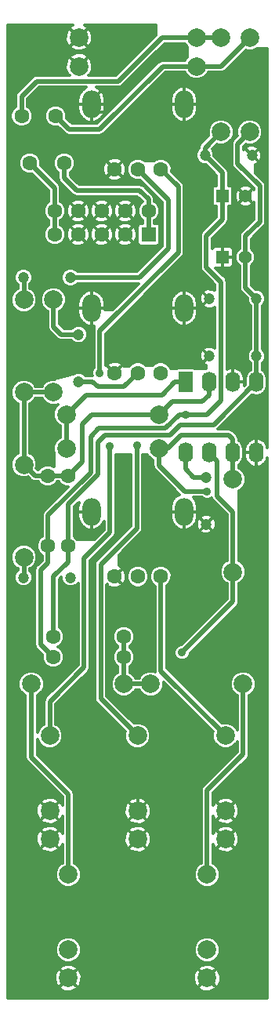
<source format=gbl>
G04 #@! TF.FileFunction,Copper,L2,Bot,Signal*
%FSLAX46Y46*%
G04 Gerber Fmt 4.6, Leading zero omitted, Abs format (unit mm)*
G04 Created by KiCad (PCBNEW (2016-08-20 BZR 7083)-product) date Thu Dec  8 21:02:35 2016*
%MOMM*%
%LPD*%
G01*
G04 APERTURE LIST*
%ADD10C,0.100000*%
%ADD11C,2.000000*%
%ADD12C,1.600000*%
%ADD13C,1.200000*%
%ADD14R,1.400000X1.400000*%
%ADD15C,1.400000*%
%ADD16O,2.000000X3.000000*%
%ADD17R,1.600000X1.600000*%
%ADD18R,1.600000X2.200000*%
%ADD19O,1.600000X2.200000*%
%ADD20C,0.900000*%
%ADD21C,0.500000*%
%ADD22C,0.300000*%
G04 APERTURE END LIST*
D10*
D11*
X5000000Y20698000D03*
X5000000Y28826000D03*
X5000000Y17650000D03*
X20850000Y104200000D03*
X8150000Y104200000D03*
X8150000Y101100000D03*
X20850000Y101100000D03*
D12*
X2850000Y90650000D03*
X1950000Y95750000D03*
D13*
X7240000Y78300000D03*
X2160000Y78300000D03*
X8100000Y67060000D03*
X8100000Y72140000D03*
X7240000Y45900000D03*
X2160000Y45900000D03*
D14*
X23650000Y87100000D03*
D15*
X26150000Y87100000D03*
D14*
X23650000Y80500000D03*
D15*
X26150000Y80500000D03*
D13*
X21760000Y91500000D03*
X26840000Y91500000D03*
X22260000Y76000000D03*
X27340000Y76000000D03*
X21900000Y56740000D03*
X21900000Y51660000D03*
X22260000Y69800000D03*
X27340000Y69800000D03*
D16*
X19500000Y97000000D03*
X9500000Y97000000D03*
D12*
X17000000Y90000000D03*
X14500000Y90000000D03*
X12000000Y90000000D03*
D16*
X19500000Y75000000D03*
X9500000Y75000000D03*
D12*
X17000000Y68000000D03*
X14500000Y68000000D03*
X12000000Y68000000D03*
D16*
X19500000Y53000000D03*
X9500000Y53000000D03*
D12*
X17000000Y46000000D03*
X14500000Y46000000D03*
X12000000Y46000000D03*
D11*
X2200000Y75900000D03*
X2200000Y65900000D03*
X5400000Y75900000D03*
X5400000Y65900000D03*
X2200000Y48100000D03*
X2200000Y58100000D03*
X16800000Y63500000D03*
X6800000Y63500000D03*
X6800000Y59800000D03*
X16800000Y59800000D03*
X24800000Y56500000D03*
X24800000Y46500000D03*
X13000000Y34400000D03*
X3000000Y34400000D03*
X15900000Y34400000D03*
X25900000Y34400000D03*
D12*
X7000000Y56900000D03*
X7000000Y49300000D03*
X4800000Y49300000D03*
X4800000Y56900000D03*
X13000000Y39500000D03*
X5400000Y39500000D03*
X5400000Y37300000D03*
X13000000Y37300000D03*
X6550000Y90650000D03*
X5650000Y95750000D03*
D17*
X15680000Y82930000D03*
D12*
X15680000Y85470000D03*
X13140000Y82930000D03*
X13140000Y85470000D03*
X10600000Y82930000D03*
X10600000Y85470000D03*
X8060000Y82930000D03*
X8060000Y85470000D03*
X5520000Y82930000D03*
X5520000Y85470000D03*
D11*
X14500000Y20698000D03*
X14500000Y28826000D03*
X14500000Y17650000D03*
X24000000Y20698000D03*
X24000000Y28826000D03*
X24000000Y17650000D03*
X7000000Y5698000D03*
X7000000Y13826000D03*
X7000000Y2650000D03*
X22000000Y5698000D03*
X22000000Y13826000D03*
X22000000Y2650000D03*
D18*
X19690000Y67010000D03*
D19*
X22230000Y67010000D03*
X24770000Y67010000D03*
X27310000Y67010000D03*
X27310000Y59390000D03*
X24770000Y59390000D03*
X22230000Y59390000D03*
X19690000Y59390000D03*
D11*
X23500000Y104180000D03*
X23500000Y94020000D03*
X26600000Y104180000D03*
X26600000Y94020000D03*
D20*
X19690000Y63490000D03*
X4000000Y30600000D03*
X24600000Y38600000D03*
X23900000Y31100000D03*
X14700000Y42900000D03*
X15100000Y36800000D03*
X1100000Y28200000D03*
X2300000Y37400000D03*
X5400000Y34900000D03*
X6500000Y44600000D03*
X7400000Y40900000D03*
X17700000Y33200000D03*
X24100000Y26900000D03*
X13200000Y32300000D03*
X14500000Y26800000D03*
X9500000Y35300000D03*
X6400000Y31900000D03*
X4400000Y27000000D03*
X12200000Y98100000D03*
X4800000Y79900000D03*
X1500000Y88800000D03*
X4500000Y93400000D03*
X14600000Y75000000D03*
X25300000Y74400000D03*
X27300000Y64800000D03*
X15600000Y57600000D03*
X12600000Y50700000D03*
X13200000Y58700000D03*
X19000000Y40800000D03*
X23000000Y44500000D03*
X27200000Y55000000D03*
X26800000Y49800000D03*
X27900000Y39400000D03*
X27900000Y23700000D03*
X27900000Y18300000D03*
X24400000Y15000000D03*
X27500000Y1500000D03*
X21800000Y9100000D03*
X18900000Y14600000D03*
X10900000Y14000000D03*
X14400000Y6500000D03*
X18400000Y1300000D03*
X11100000Y1300000D03*
X4900000Y15300000D03*
X1900000Y8900000D03*
X1500000Y1400000D03*
X3900000Y64600000D03*
X4600000Y58800000D03*
X1600000Y50600000D03*
X5700000Y55200000D03*
X1500000Y56000000D03*
X8900000Y69000000D03*
X3900000Y67700000D03*
X1600000Y73500000D03*
X20800000Y87500000D03*
X27700000Y102400000D03*
X27400000Y96400000D03*
X15800000Y104800000D03*
X19100000Y102700000D03*
X1100000Y99000000D03*
X2000000Y103900000D03*
X22000000Y55200000D03*
X15900000Y34400000D03*
X19300000Y37800000D03*
X11500000Y60100000D03*
X10400000Y68000000D03*
X14400000Y60200000D03*
D21*
X14500000Y90000000D02*
X17800000Y86700000D01*
X14700000Y78300000D02*
X7240000Y78300000D01*
X17800000Y81400000D02*
X14700000Y78300000D01*
X17800000Y86700000D02*
X17800000Y81400000D01*
X2200000Y75900000D02*
X2200000Y78260000D01*
X14500000Y68000000D02*
X13000000Y66500000D01*
X9640000Y67060000D02*
X8100000Y67060000D01*
X10200000Y66500000D02*
X9640000Y67060000D01*
X13000000Y66500000D02*
X10200000Y66500000D01*
X8100000Y72140000D02*
X6260000Y72140000D01*
X5400000Y73000000D02*
X5400000Y75900000D01*
X6260000Y72140000D02*
X5400000Y73000000D01*
X2200000Y48100000D02*
X2200000Y45940000D01*
X5400000Y37300000D02*
X4000000Y38700000D01*
X4800000Y47500000D02*
X4800000Y49300000D01*
X4000000Y46700000D02*
X4800000Y47500000D01*
X4000000Y38700000D02*
X4000000Y46700000D01*
X19000000Y63500000D02*
X19700000Y63500000D01*
X17500000Y62000000D02*
X19000000Y63500000D01*
X19700000Y63500000D02*
X22000000Y63500000D01*
X23650000Y84550000D02*
X21900000Y82800000D01*
X21900000Y82800000D02*
X21900000Y79400000D01*
X21900000Y79400000D02*
X23500000Y77800000D01*
X23500000Y77800000D02*
X23500000Y65000000D01*
X23650000Y87100000D02*
X23650000Y84550000D01*
X22000000Y63500000D02*
X23500000Y65000000D01*
X4800000Y52600000D02*
X4800000Y49300000D01*
X9400000Y57200000D02*
X4800000Y52600000D01*
X9400000Y61100000D02*
X9400000Y57200000D01*
X10300000Y62000000D02*
X9400000Y61100000D01*
X17500000Y62000000D02*
X10300000Y62000000D01*
X18000000Y62500000D02*
X17500000Y62000000D01*
X23650000Y87100000D02*
X23650000Y89610000D01*
X23650000Y89610000D02*
X21760000Y91500000D01*
X19690000Y59390000D02*
X19690000Y57610000D01*
X20560000Y56740000D02*
X21900000Y56740000D01*
X19690000Y57610000D02*
X20560000Y56740000D01*
X23500000Y94020000D02*
X21760000Y92280000D01*
X21760000Y92280000D02*
X21760000Y91500000D01*
D22*
X5400000Y34900000D02*
X5400000Y34200000D01*
X4000000Y32800000D02*
X4000000Y30600000D01*
X5400000Y34200000D02*
X4000000Y32800000D01*
X15100000Y42500000D02*
X14700000Y42900000D01*
X15100000Y36800000D02*
X15100000Y42500000D01*
X5400000Y34900000D02*
X7400000Y36900000D01*
X1100000Y28200000D02*
X1100000Y36200000D01*
X1100000Y36200000D02*
X2300000Y37400000D01*
X7400000Y36900000D02*
X7400000Y40900000D01*
X17700000Y33200000D02*
X16800000Y32300000D01*
X16800000Y32300000D02*
X13200000Y32300000D01*
X9500000Y35000000D02*
X9500000Y35300000D01*
X6400000Y31900000D02*
X9500000Y35000000D01*
X14500000Y26800000D02*
X4600000Y26800000D01*
X14500000Y20698000D02*
X14500000Y26800000D01*
X4600000Y26800000D02*
X4400000Y27000000D01*
X9500000Y97000000D02*
X11100000Y97000000D01*
X11100000Y97000000D02*
X12200000Y98100000D01*
X9500000Y97000000D02*
X10300000Y96200000D01*
X10300000Y96200000D02*
X11100000Y96200000D01*
X9500000Y97000000D02*
X9500000Y97400000D01*
X9500000Y97400000D02*
X10700000Y98600000D01*
X5030000Y79900000D02*
X4800000Y79900000D01*
X8060000Y82930000D02*
X5030000Y79900000D01*
X12000000Y68000000D02*
X14600000Y70600000D01*
X14600000Y70600000D02*
X14600000Y75000000D01*
X27310000Y59390000D02*
X27310000Y64790000D01*
X16900000Y53000000D02*
X15600000Y54300000D01*
X15600000Y54300000D02*
X15600000Y57600000D01*
X19500000Y53000000D02*
X16900000Y53000000D01*
X13200000Y51300000D02*
X12600000Y50700000D01*
X13200000Y58700000D02*
X13200000Y51300000D01*
X22700000Y44500000D02*
X19000000Y40800000D01*
X23000000Y44500000D02*
X22700000Y44500000D01*
X21800000Y9100000D02*
X24400000Y11700000D01*
X27900000Y48700000D02*
X26800000Y49800000D01*
X27900000Y39400000D02*
X27900000Y48700000D01*
X27900000Y18300000D02*
X27900000Y23700000D01*
X24400000Y11700000D02*
X24400000Y15000000D01*
X18900000Y12000000D02*
X21800000Y9100000D01*
X18900000Y14600000D02*
X18900000Y12000000D01*
X14400000Y10500000D02*
X10900000Y14000000D01*
X14400000Y6500000D02*
X14400000Y10500000D01*
X11100000Y1300000D02*
X18400000Y1300000D01*
X1900000Y12300000D02*
X4900000Y15300000D01*
X1900000Y8900000D02*
X1900000Y12300000D01*
X7000000Y2650000D02*
X5750000Y1400000D01*
X5750000Y1400000D02*
X1500000Y1400000D01*
X3900000Y64600000D02*
X3900000Y59500000D01*
X3900000Y59500000D02*
X4600000Y58800000D01*
X2300000Y55200000D02*
X5700000Y55200000D01*
X1500000Y56000000D02*
X2300000Y55200000D01*
X3900000Y71200000D02*
X3900000Y67700000D01*
X1600000Y73500000D02*
X3900000Y71200000D01*
X19500000Y75000000D02*
X19500000Y78800000D01*
X20800000Y80100000D02*
X20800000Y87500000D01*
X19500000Y78800000D02*
X20800000Y80100000D01*
X19500000Y97000000D02*
X26800000Y97000000D01*
X26800000Y97000000D02*
X27400000Y96400000D01*
X8150000Y104200000D02*
X7050000Y105300000D01*
X3400000Y105300000D02*
X2000000Y103900000D01*
X7050000Y105300000D02*
X3400000Y105300000D01*
D21*
X5400000Y39500000D02*
X5400000Y46000000D01*
X7000000Y47600000D02*
X7000000Y49300000D01*
X5400000Y46000000D02*
X7000000Y47600000D01*
X19100001Y62399999D02*
X22699999Y62399999D01*
X22699999Y62399999D02*
X27310000Y67010000D01*
X18000000Y61299998D02*
X19100001Y62399999D01*
X7000000Y53810048D02*
X7000000Y49300000D01*
X10200000Y57010048D02*
X7000000Y53810048D01*
X10200000Y60500000D02*
X10200000Y57010048D01*
X10999998Y61299998D02*
X10200000Y60500000D01*
X18000000Y61299998D02*
X10999998Y61299998D01*
X27340000Y69800000D02*
X27340000Y67040000D01*
X27340000Y76000000D02*
X27340000Y69800000D01*
X26150000Y80500000D02*
X26150000Y77190000D01*
X26150000Y77190000D02*
X27340000Y76000000D01*
X26600000Y94020000D02*
X25300000Y92720000D01*
X26150000Y82750000D02*
X26150000Y80500000D01*
X27700000Y84300000D02*
X26150000Y82750000D01*
X27700000Y88200000D02*
X27700000Y84300000D01*
X25300000Y90600000D02*
X27700000Y88200000D01*
X25300000Y92720000D02*
X25300000Y90600000D01*
X6800000Y63500000D02*
X6800000Y59800000D01*
X19690000Y67010000D02*
X18510000Y67010000D01*
X8900000Y65600000D02*
X6800000Y63500000D01*
X17100000Y65600000D02*
X8900000Y65600000D01*
X18510000Y67010000D02*
X17100000Y65600000D01*
X16800000Y63500000D02*
X18200000Y64900000D01*
X22230000Y65630000D02*
X22230000Y67010000D01*
X21500000Y64900000D02*
X22230000Y65630000D01*
X18200000Y64900000D02*
X21500000Y64900000D01*
X7000000Y56900000D02*
X8500000Y58400000D01*
X9500000Y63500000D02*
X16800000Y63500000D01*
X8500000Y62500000D02*
X9500000Y63500000D01*
X8500000Y58400000D02*
X8500000Y62500000D01*
X4800000Y56900000D02*
X3400000Y56900000D01*
X3400000Y56900000D02*
X2200000Y58100000D01*
X2200000Y65900000D02*
X2200000Y58100000D01*
X2200000Y65900000D02*
X5400000Y65900000D01*
X7000000Y56900000D02*
X4800000Y56900000D01*
X16800000Y59800000D02*
X17700000Y59800000D01*
X17700000Y59800000D02*
X19200000Y61300000D01*
X24770000Y60830000D02*
X24770000Y59390000D01*
X24300000Y61300000D02*
X24770000Y60830000D01*
X19200000Y61300000D02*
X24300000Y61300000D01*
X16800000Y59800000D02*
X16800000Y58000000D01*
X19600000Y55200000D02*
X22000000Y55200000D01*
X16800000Y58000000D02*
X19600000Y55200000D01*
X24770000Y59390000D02*
X24770000Y56530000D01*
X24800000Y43300000D02*
X24800000Y46500000D01*
X19300000Y37800000D02*
X24800000Y43300000D01*
X13000000Y34400000D02*
X15900000Y34400000D01*
X13000000Y37300000D02*
X13000000Y34400000D01*
X13000000Y39500000D02*
X13000000Y37300000D01*
X22230000Y59390000D02*
X23100000Y58520000D01*
X23100000Y58520000D02*
X23100000Y54700000D01*
X23100000Y54700000D02*
X24800000Y53000000D01*
X24800000Y53000000D02*
X24800000Y46500000D01*
X20850000Y104200000D02*
X23480000Y104200000D01*
X1950000Y95750000D02*
X1950000Y97850000D01*
X17100000Y104200000D02*
X20850000Y104200000D01*
X12400000Y99500000D02*
X17100000Y104200000D01*
X3600000Y99500000D02*
X12400000Y99500000D01*
X1950000Y97850000D02*
X3600000Y99500000D01*
X20850000Y101100000D02*
X23520000Y101100000D01*
X23520000Y101100000D02*
X26600000Y104180000D01*
X5650000Y95750000D02*
X7100000Y94300000D01*
X17200000Y101100000D02*
X20850000Y101100000D01*
X10400000Y94300000D02*
X17200000Y101100000D01*
X7100000Y94300000D02*
X10400000Y94300000D01*
X5000000Y28826000D02*
X5000000Y32500000D01*
X18900000Y88100000D02*
X17000000Y90000000D01*
X11500000Y50800000D02*
X8700000Y48000000D01*
X10400000Y72500000D02*
X10400000Y68000000D01*
X18900000Y81000000D02*
X10400000Y72500000D01*
X18900000Y88100000D02*
X18900000Y81000000D01*
X11500000Y50800000D02*
X11500000Y60100000D01*
X8700000Y36200000D02*
X8700000Y48000000D01*
X5000000Y32500000D02*
X8700000Y36200000D01*
X10500000Y47300000D02*
X10500000Y32826000D01*
X14400000Y51200000D02*
X10500000Y47300000D01*
X14400000Y60200000D02*
X14400000Y51200000D01*
X10500000Y32826000D02*
X14500000Y28826000D01*
X24000000Y28826000D02*
X17000000Y35826000D01*
X17000000Y35826000D02*
X17000000Y46000000D01*
X3000000Y34400000D02*
X3000000Y26500000D01*
X7000000Y22500000D02*
X7000000Y13826000D01*
X3000000Y26500000D02*
X7000000Y22500000D01*
X25900000Y34400000D02*
X25900000Y26800000D01*
X22000000Y22900000D02*
X22000000Y13826000D01*
X25900000Y26800000D02*
X22000000Y22900000D01*
X5520000Y85470000D02*
X5520000Y87980000D01*
X5520000Y87980000D02*
X2850000Y90650000D01*
X5520000Y82930000D02*
X5520000Y85470000D01*
X15680000Y85470000D02*
X15680000Y82930000D01*
X6550000Y90650000D02*
X6550000Y89050000D01*
X15680000Y86720000D02*
X15680000Y85470000D01*
X14700000Y87700000D02*
X15680000Y86720000D01*
X7900000Y87700000D02*
X14700000Y87700000D01*
X6550000Y89050000D02*
X7900000Y87700000D01*
D22*
G36*
X7360285Y105471471D02*
X7277524Y105416173D01*
X7180747Y105181981D01*
X8150000Y104212728D01*
X9119253Y105181981D01*
X9022476Y105416173D01*
X8782629Y105525000D01*
X16450000Y105525000D01*
X16450000Y104469239D01*
X12130762Y100150000D01*
X9178572Y100150000D01*
X9366173Y100227524D01*
X9607479Y100759346D01*
X9626898Y101343030D01*
X9421471Y101889715D01*
X9366173Y101972476D01*
X9131981Y102069253D01*
X8162728Y101100000D01*
X8176870Y101085858D01*
X8164142Y101073130D01*
X8150000Y101087272D01*
X8135858Y101073130D01*
X8123130Y101085858D01*
X8137272Y101100000D01*
X7168019Y102069253D01*
X6933827Y101972476D01*
X6692521Y101440654D01*
X6673102Y100856970D01*
X6878529Y100310285D01*
X6933827Y100227524D01*
X7121428Y100150000D01*
X3600000Y100150000D01*
X3351256Y100100522D01*
X3351254Y100100521D01*
X3351255Y100100521D01*
X3140380Y99959619D01*
X1490381Y98309619D01*
X1349478Y98098745D01*
X1349478Y98098744D01*
X1300000Y97850000D01*
X1300000Y96779826D01*
X1271143Y96767903D01*
X933283Y96430633D01*
X750209Y95989742D01*
X749793Y95512353D01*
X932097Y95071143D01*
X1269367Y94733283D01*
X1710258Y94550209D01*
X2187647Y94549793D01*
X2628857Y94732097D01*
X2966717Y95069367D01*
X3149791Y95510258D01*
X3150207Y95987647D01*
X2967903Y96428857D01*
X2630633Y96766717D01*
X2600000Y96779437D01*
X2600000Y96991000D01*
X8032000Y96991000D01*
X8032000Y96491000D01*
X8147189Y95929906D01*
X8468331Y95455603D01*
X8946536Y95140300D01*
X9261469Y95051509D01*
X9491000Y95149030D01*
X9491000Y96991000D01*
X9509000Y96991000D01*
X9509000Y95149030D01*
X9738531Y95051509D01*
X10053464Y95140300D01*
X10531669Y95455603D01*
X10852811Y95929906D01*
X10968000Y96491000D01*
X10968000Y96991000D01*
X9509000Y96991000D01*
X9491000Y96991000D01*
X8032000Y96991000D01*
X2600000Y96991000D01*
X2600000Y97580762D01*
X3869239Y98850000D01*
X8931824Y98850000D01*
X8468331Y98544397D01*
X8147189Y98070094D01*
X8032000Y97509000D01*
X8032000Y97009000D01*
X9491000Y97009000D01*
X9491000Y97029000D01*
X9509000Y97029000D01*
X9509000Y97009000D01*
X10968000Y97009000D01*
X10968000Y97509000D01*
X10852811Y98070094D01*
X10531669Y98544397D01*
X10068176Y98850000D01*
X12400000Y98850000D01*
X12607476Y98891269D01*
X12648745Y98899478D01*
X12859619Y99040381D01*
X17369239Y103550000D01*
X19603772Y103550000D01*
X19662445Y103408000D01*
X19853337Y103216775D01*
X19850000Y103200000D01*
X19850000Y102079918D01*
X19663830Y101894072D01*
X19604006Y101750000D01*
X17200000Y101750000D01*
X16992524Y101708731D01*
X16951255Y101700522D01*
X16740380Y101559619D01*
X10130762Y94950000D01*
X7369239Y94950000D01*
X6837817Y95481421D01*
X6849791Y95510258D01*
X6850207Y95987647D01*
X6667903Y96428857D01*
X6330633Y96766717D01*
X5889742Y96949791D01*
X5412353Y96950207D01*
X4971143Y96767903D01*
X4633283Y96430633D01*
X4450209Y95989742D01*
X4449793Y95512353D01*
X4632097Y95071143D01*
X4969367Y94733283D01*
X5410258Y94550209D01*
X5887647Y94549793D01*
X5918302Y94562459D01*
X6640381Y93840380D01*
X6743833Y93771256D01*
X6851256Y93699478D01*
X7100000Y93650000D01*
X10400000Y93650000D01*
X10607476Y93691269D01*
X10648745Y93699478D01*
X10859619Y93840381D01*
X14010238Y96991000D01*
X18032000Y96991000D01*
X18032000Y96491000D01*
X18147189Y95929906D01*
X18468331Y95455603D01*
X18946536Y95140300D01*
X19261469Y95051509D01*
X19491000Y95149030D01*
X19491000Y96991000D01*
X19509000Y96991000D01*
X19509000Y95149030D01*
X19738531Y95051509D01*
X20053464Y95140300D01*
X20531669Y95455603D01*
X20852811Y95929906D01*
X20968000Y96491000D01*
X20968000Y96991000D01*
X19509000Y96991000D01*
X19491000Y96991000D01*
X18032000Y96991000D01*
X14010238Y96991000D01*
X14528238Y97509000D01*
X18032000Y97509000D01*
X18032000Y97009000D01*
X19491000Y97009000D01*
X19491000Y98850970D01*
X19509000Y98850970D01*
X19509000Y97009000D01*
X20968000Y97009000D01*
X20968000Y97509000D01*
X20852811Y98070094D01*
X20531669Y98544397D01*
X20053464Y98859700D01*
X19738531Y98948491D01*
X19509000Y98850970D01*
X19491000Y98850970D01*
X19261469Y98948491D01*
X18946536Y98859700D01*
X18468331Y98544397D01*
X18147189Y98070094D01*
X18032000Y97509000D01*
X14528238Y97509000D01*
X17469239Y100450000D01*
X19603772Y100450000D01*
X19662445Y100308000D01*
X20055928Y99913830D01*
X20570301Y99700243D01*
X21127256Y99699757D01*
X21642000Y99912445D01*
X22036170Y100305928D01*
X22095994Y100450000D01*
X23520000Y100450000D01*
X23727476Y100491269D01*
X23768745Y100499478D01*
X23979619Y100640381D01*
X26178403Y102839164D01*
X26320301Y102780243D01*
X26877256Y102779757D01*
X27392000Y102992445D01*
X27449655Y103050000D01*
X28525000Y103050000D01*
X28525000Y59955906D01*
X28478035Y60183558D01*
X28200247Y60592976D01*
X27786927Y60864924D01*
X27517243Y60940949D01*
X27319000Y60840965D01*
X27319000Y59399000D01*
X27339000Y59399000D01*
X27339000Y59381000D01*
X27319000Y59381000D01*
X27319000Y57939035D01*
X27517243Y57839051D01*
X27786927Y57915076D01*
X28200247Y58187024D01*
X28478035Y58596442D01*
X28525000Y58824094D01*
X28525000Y475000D01*
X475000Y475000D01*
X475000Y1668019D01*
X6030747Y1668019D01*
X6127524Y1433827D01*
X6659346Y1192521D01*
X7243030Y1173102D01*
X7789715Y1378529D01*
X7872476Y1433827D01*
X7969253Y1668019D01*
X21030747Y1668019D01*
X21127524Y1433827D01*
X21659346Y1192521D01*
X22243030Y1173102D01*
X22789715Y1378529D01*
X22872476Y1433827D01*
X22969253Y1668019D01*
X22000000Y2637272D01*
X21030747Y1668019D01*
X7969253Y1668019D01*
X7000000Y2637272D01*
X6030747Y1668019D01*
X475000Y1668019D01*
X475000Y2406970D01*
X5523102Y2406970D01*
X5728529Y1860285D01*
X5783827Y1777524D01*
X6018019Y1680747D01*
X6987272Y2650000D01*
X7012728Y2650000D01*
X7981981Y1680747D01*
X8216173Y1777524D01*
X8457479Y2309346D01*
X8460726Y2406970D01*
X20523102Y2406970D01*
X20728529Y1860285D01*
X20783827Y1777524D01*
X21018019Y1680747D01*
X21987272Y2650000D01*
X22012728Y2650000D01*
X22981981Y1680747D01*
X23216173Y1777524D01*
X23457479Y2309346D01*
X23476898Y2893030D01*
X23271471Y3439715D01*
X23216173Y3522476D01*
X22981981Y3619253D01*
X22012728Y2650000D01*
X21987272Y2650000D01*
X21018019Y3619253D01*
X20783827Y3522476D01*
X20542521Y2990654D01*
X20523102Y2406970D01*
X8460726Y2406970D01*
X8476898Y2893030D01*
X8271471Y3439715D01*
X8216173Y3522476D01*
X7981981Y3619253D01*
X7012728Y2650000D01*
X6987272Y2650000D01*
X6018019Y3619253D01*
X5783827Y3522476D01*
X5542521Y2990654D01*
X5523102Y2406970D01*
X475000Y2406970D01*
X475000Y3631981D01*
X6030747Y3631981D01*
X7000000Y2662728D01*
X7969253Y3631981D01*
X21030747Y3631981D01*
X22000000Y2662728D01*
X22969253Y3631981D01*
X22872476Y3866173D01*
X22340654Y4107479D01*
X21756970Y4126898D01*
X21210285Y3921471D01*
X21127524Y3866173D01*
X21030747Y3631981D01*
X7969253Y3631981D01*
X7872476Y3866173D01*
X7340654Y4107479D01*
X6756970Y4126898D01*
X6210285Y3921471D01*
X6127524Y3866173D01*
X6030747Y3631981D01*
X475000Y3631981D01*
X475000Y5420744D01*
X5599757Y5420744D01*
X5812445Y4906000D01*
X6205928Y4511830D01*
X6720301Y4298243D01*
X7277256Y4297757D01*
X7792000Y4510445D01*
X8186170Y4903928D01*
X8399757Y5418301D01*
X8399759Y5420744D01*
X20599757Y5420744D01*
X20812445Y4906000D01*
X21205928Y4511830D01*
X21720301Y4298243D01*
X22277256Y4297757D01*
X22792000Y4510445D01*
X23186170Y4903928D01*
X23399757Y5418301D01*
X23400243Y5975256D01*
X23187555Y6490000D01*
X22794072Y6884170D01*
X22279699Y7097757D01*
X21722744Y7098243D01*
X21208000Y6885555D01*
X20813830Y6492072D01*
X20600243Y5977699D01*
X20599757Y5420744D01*
X8399759Y5420744D01*
X8400243Y5975256D01*
X8187555Y6490000D01*
X7794072Y6884170D01*
X7279699Y7097757D01*
X6722744Y7098243D01*
X6208000Y6885555D01*
X5813830Y6492072D01*
X5600243Y5977699D01*
X5599757Y5420744D01*
X475000Y5420744D01*
X475000Y16668019D01*
X4030747Y16668019D01*
X4127524Y16433827D01*
X4659346Y16192521D01*
X5243030Y16173102D01*
X5789715Y16378529D01*
X5872476Y16433827D01*
X5969253Y16668019D01*
X5000000Y17637272D01*
X4030747Y16668019D01*
X475000Y16668019D01*
X475000Y17406970D01*
X3523102Y17406970D01*
X3728529Y16860285D01*
X3783827Y16777524D01*
X4018019Y16680747D01*
X4987272Y17650000D01*
X4018019Y18619253D01*
X3783827Y18522476D01*
X3542521Y17990654D01*
X3523102Y17406970D01*
X475000Y17406970D01*
X475000Y18631981D01*
X4030747Y18631981D01*
X5000000Y17662728D01*
X5969253Y18631981D01*
X5872476Y18866173D01*
X5340654Y19107479D01*
X4756970Y19126898D01*
X4210285Y18921471D01*
X4127524Y18866173D01*
X4030747Y18631981D01*
X475000Y18631981D01*
X475000Y19716019D01*
X4030747Y19716019D01*
X4127524Y19481827D01*
X4659346Y19240521D01*
X5243030Y19221102D01*
X5789715Y19426529D01*
X5872476Y19481827D01*
X5969253Y19716019D01*
X5000000Y20685272D01*
X4030747Y19716019D01*
X475000Y19716019D01*
X475000Y20454970D01*
X3523102Y20454970D01*
X3728529Y19908285D01*
X3783827Y19825524D01*
X4018019Y19728747D01*
X4987272Y20698000D01*
X4018019Y21667253D01*
X3783827Y21570476D01*
X3542521Y21038654D01*
X3523102Y20454970D01*
X475000Y20454970D01*
X475000Y21679981D01*
X4030747Y21679981D01*
X5000000Y20710728D01*
X5969253Y21679981D01*
X5872476Y21914173D01*
X5340654Y22155479D01*
X4756970Y22174898D01*
X4210285Y21969471D01*
X4127524Y21914173D01*
X4030747Y21679981D01*
X475000Y21679981D01*
X475000Y47822744D01*
X799757Y47822744D01*
X1012445Y47308000D01*
X1405928Y46913830D01*
X1550000Y46854006D01*
X1550000Y46704044D01*
X1312736Y46467194D01*
X1160174Y46099785D01*
X1159827Y45701960D01*
X1311747Y45334286D01*
X1592806Y45052736D01*
X1960215Y44900174D01*
X2358040Y44899827D01*
X2725714Y45051747D01*
X3007264Y45332806D01*
X3159826Y45700215D01*
X3160173Y46098040D01*
X3008253Y46465714D01*
X2850000Y46624243D01*
X2850000Y46853772D01*
X2992000Y46912445D01*
X3386170Y47305928D01*
X3599757Y47820301D01*
X3600243Y48377256D01*
X3387555Y48892000D01*
X2994072Y49286170D01*
X2479699Y49499757D01*
X1922744Y49500243D01*
X1408000Y49287555D01*
X1013830Y48894072D01*
X800243Y48379699D01*
X799757Y47822744D01*
X475000Y47822744D01*
X475000Y65622744D01*
X799757Y65622744D01*
X1012445Y65108000D01*
X1405928Y64713830D01*
X1550000Y64654006D01*
X1550000Y59346228D01*
X1408000Y59287555D01*
X1013830Y58894072D01*
X800243Y58379699D01*
X799757Y57822744D01*
X1012445Y57308000D01*
X1405928Y56913830D01*
X1920301Y56700243D01*
X2477256Y56699757D01*
X2621432Y56759329D01*
X2940380Y56440381D01*
X3151255Y56299478D01*
X3192524Y56291269D01*
X3400000Y56250000D01*
X3770174Y56250000D01*
X3782097Y56221143D01*
X4119367Y55883283D01*
X4560258Y55700209D01*
X5037647Y55699793D01*
X5478857Y55882097D01*
X5816717Y56219367D01*
X5829437Y56250000D01*
X5970174Y56250000D01*
X5982097Y56221143D01*
X6319367Y55883283D01*
X6760258Y55700209D01*
X6980778Y55700017D01*
X4340381Y53059619D01*
X4199478Y52848745D01*
X4199478Y52848744D01*
X4150000Y52600000D01*
X4150000Y50329826D01*
X4121143Y50317903D01*
X3783283Y49980633D01*
X3600209Y49539742D01*
X3599793Y49062353D01*
X3782097Y48621143D01*
X4119367Y48283283D01*
X4150000Y48270563D01*
X4150000Y47769239D01*
X3540381Y47159619D01*
X3399478Y46948745D01*
X3399478Y46948744D01*
X3350000Y46700000D01*
X3350000Y38700000D01*
X3389741Y38500207D01*
X3399478Y38451255D01*
X3540381Y38240381D01*
X4212183Y37568579D01*
X4200209Y37539742D01*
X4199793Y37062353D01*
X4382097Y36621143D01*
X4719367Y36283283D01*
X5160258Y36100209D01*
X5637647Y36099793D01*
X6078857Y36282097D01*
X6416717Y36619367D01*
X6599791Y37060258D01*
X6600207Y37537647D01*
X6417903Y37978857D01*
X6080633Y38316717D01*
X5880116Y38399979D01*
X6078857Y38482097D01*
X6416717Y38819367D01*
X6599791Y39260258D01*
X6600207Y39737647D01*
X6417903Y40178857D01*
X6080633Y40516717D01*
X6050000Y40529437D01*
X6050000Y45730762D01*
X6240018Y45920780D01*
X6239827Y45701960D01*
X6391747Y45334286D01*
X6672806Y45052736D01*
X7040215Y44900174D01*
X7438040Y44899827D01*
X7805714Y45051747D01*
X8050000Y45295607D01*
X8050000Y36469239D01*
X4540381Y32959619D01*
X4399478Y32748745D01*
X4399478Y32748744D01*
X4350000Y32500000D01*
X4350000Y30072228D01*
X4208000Y30013555D01*
X3813830Y29620072D01*
X3650000Y29225527D01*
X3650000Y33153772D01*
X3792000Y33212445D01*
X4186170Y33605928D01*
X4399757Y34120301D01*
X4400243Y34677256D01*
X4187555Y35192000D01*
X3794072Y35586170D01*
X3279699Y35799757D01*
X2722744Y35800243D01*
X2208000Y35587555D01*
X1813830Y35194072D01*
X1600243Y34679699D01*
X1599757Y34122744D01*
X1812445Y33608000D01*
X2205928Y33213830D01*
X2350000Y33154006D01*
X2350000Y26500000D01*
X2381750Y26340381D01*
X2399478Y26251255D01*
X2540381Y26040381D01*
X6350000Y22230761D01*
X6350000Y21278733D01*
X6271471Y21487715D01*
X6216173Y21570476D01*
X5981981Y21667253D01*
X5012728Y20698000D01*
X5981981Y19728747D01*
X6216173Y19825524D01*
X6350000Y20120470D01*
X6350000Y18230733D01*
X6271471Y18439715D01*
X6216173Y18522476D01*
X5981981Y18619253D01*
X5012728Y17650000D01*
X5981981Y16680747D01*
X6216173Y16777524D01*
X6350000Y17072470D01*
X6350000Y15072228D01*
X6208000Y15013555D01*
X5813830Y14620072D01*
X5600243Y14105699D01*
X5599757Y13548744D01*
X5812445Y13034000D01*
X6205928Y12639830D01*
X6720301Y12426243D01*
X7277256Y12425757D01*
X7792000Y12638445D01*
X8186170Y13031928D01*
X8399757Y13546301D01*
X8400243Y14103256D01*
X8187555Y14618000D01*
X7794072Y15012170D01*
X7650000Y15071994D01*
X7650000Y16668019D01*
X13530747Y16668019D01*
X13627524Y16433827D01*
X14159346Y16192521D01*
X14743030Y16173102D01*
X15289715Y16378529D01*
X15372476Y16433827D01*
X15469253Y16668019D01*
X14500000Y17637272D01*
X13530747Y16668019D01*
X7650000Y16668019D01*
X7650000Y17406970D01*
X13023102Y17406970D01*
X13228529Y16860285D01*
X13283827Y16777524D01*
X13518019Y16680747D01*
X14487272Y17650000D01*
X14512728Y17650000D01*
X15481981Y16680747D01*
X15716173Y16777524D01*
X15957479Y17309346D01*
X15976898Y17893030D01*
X15771471Y18439715D01*
X15716173Y18522476D01*
X15481981Y18619253D01*
X14512728Y17650000D01*
X14487272Y17650000D01*
X13518019Y18619253D01*
X13283827Y18522476D01*
X13042521Y17990654D01*
X13023102Y17406970D01*
X7650000Y17406970D01*
X7650000Y18631981D01*
X13530747Y18631981D01*
X14500000Y17662728D01*
X15469253Y18631981D01*
X15372476Y18866173D01*
X14840654Y19107479D01*
X14256970Y19126898D01*
X13710285Y18921471D01*
X13627524Y18866173D01*
X13530747Y18631981D01*
X7650000Y18631981D01*
X7650000Y19716019D01*
X13530747Y19716019D01*
X13627524Y19481827D01*
X14159346Y19240521D01*
X14743030Y19221102D01*
X15289715Y19426529D01*
X15372476Y19481827D01*
X15469253Y19716019D01*
X14500000Y20685272D01*
X13530747Y19716019D01*
X7650000Y19716019D01*
X7650000Y20454970D01*
X13023102Y20454970D01*
X13228529Y19908285D01*
X13283827Y19825524D01*
X13518019Y19728747D01*
X14487272Y20698000D01*
X14512728Y20698000D01*
X15481981Y19728747D01*
X15716173Y19825524D01*
X15957479Y20357346D01*
X15976898Y20941030D01*
X15771471Y21487715D01*
X15716173Y21570476D01*
X15481981Y21667253D01*
X14512728Y20698000D01*
X14487272Y20698000D01*
X13518019Y21667253D01*
X13283827Y21570476D01*
X13042521Y21038654D01*
X13023102Y20454970D01*
X7650000Y20454970D01*
X7650000Y21679981D01*
X13530747Y21679981D01*
X14500000Y20710728D01*
X15469253Y21679981D01*
X15372476Y21914173D01*
X14840654Y22155479D01*
X14256970Y22174898D01*
X13710285Y21969471D01*
X13627524Y21914173D01*
X13530747Y21679981D01*
X7650000Y21679981D01*
X7650000Y22500000D01*
X7600522Y22748744D01*
X7600522Y22748745D01*
X7459619Y22959620D01*
X3650000Y26769238D01*
X3650000Y28427147D01*
X3812445Y28034000D01*
X4205928Y27639830D01*
X4720301Y27426243D01*
X5277256Y27425757D01*
X5792000Y27638445D01*
X6186170Y28031928D01*
X6399757Y28546301D01*
X6400243Y29103256D01*
X6187555Y29618000D01*
X5794072Y30012170D01*
X5650000Y30071994D01*
X5650000Y32230762D01*
X9159619Y35740380D01*
X9300522Y35951255D01*
X9325085Y36074745D01*
X9350000Y36200000D01*
X9350000Y47730762D01*
X11959619Y50340381D01*
X12100522Y50551255D01*
X12108731Y50592524D01*
X12150000Y50800000D01*
X12150000Y59150000D01*
X13750000Y59150000D01*
X13750000Y51469238D01*
X10040381Y47759619D01*
X9899478Y47548745D01*
X9891269Y47507476D01*
X9850000Y47300000D01*
X9850000Y32826000D01*
X9891269Y32618524D01*
X9899478Y32577255D01*
X10040381Y32366381D01*
X13159164Y29247597D01*
X13100243Y29105699D01*
X13099757Y28548744D01*
X13312445Y28034000D01*
X13705928Y27639830D01*
X14220301Y27426243D01*
X14777256Y27425757D01*
X15292000Y27638445D01*
X15686170Y28031928D01*
X15899757Y28546301D01*
X15900243Y29103256D01*
X15687555Y29618000D01*
X15294072Y30012170D01*
X14779699Y30225757D01*
X14222744Y30226243D01*
X14078568Y30166671D01*
X11150000Y33095238D01*
X11150000Y34122744D01*
X11599757Y34122744D01*
X11812445Y33608000D01*
X12205928Y33213830D01*
X12720301Y33000243D01*
X13277256Y32999757D01*
X13792000Y33212445D01*
X14186170Y33605928D01*
X14245994Y33750000D01*
X14653772Y33750000D01*
X14712445Y33608000D01*
X15105928Y33213830D01*
X15620301Y33000243D01*
X16177256Y32999757D01*
X16692000Y33212445D01*
X17086170Y33605928D01*
X17299757Y34120301D01*
X17300181Y34606581D01*
X22659165Y29247597D01*
X22600243Y29105699D01*
X22599757Y28548744D01*
X22812445Y28034000D01*
X23205928Y27639830D01*
X23720301Y27426243D01*
X24277256Y27425757D01*
X24792000Y27638445D01*
X25186170Y28031928D01*
X25250000Y28185647D01*
X25250000Y27069238D01*
X21540381Y23359619D01*
X21399478Y23148745D01*
X21399478Y23148744D01*
X21350000Y22900000D01*
X21350000Y15072228D01*
X21208000Y15013555D01*
X20813830Y14620072D01*
X20600243Y14105699D01*
X20599757Y13548744D01*
X20812445Y13034000D01*
X21205928Y12639830D01*
X21720301Y12426243D01*
X22277256Y12425757D01*
X22792000Y12638445D01*
X23186170Y13031928D01*
X23399757Y13546301D01*
X23400243Y14103256D01*
X23187555Y14618000D01*
X22794072Y15012170D01*
X22650000Y15071994D01*
X22650000Y16668019D01*
X23030747Y16668019D01*
X23127524Y16433827D01*
X23659346Y16192521D01*
X24243030Y16173102D01*
X24789715Y16378529D01*
X24872476Y16433827D01*
X24969253Y16668019D01*
X24000000Y17637272D01*
X23030747Y16668019D01*
X22650000Y16668019D01*
X22650000Y17069267D01*
X22728529Y16860285D01*
X22783827Y16777524D01*
X23018019Y16680747D01*
X23987272Y17650000D01*
X24012728Y17650000D01*
X24981981Y16680747D01*
X25216173Y16777524D01*
X25457479Y17309346D01*
X25476898Y17893030D01*
X25271471Y18439715D01*
X25216173Y18522476D01*
X24981981Y18619253D01*
X24012728Y17650000D01*
X23987272Y17650000D01*
X23018019Y18619253D01*
X22783827Y18522476D01*
X22650000Y18227530D01*
X22650000Y18631981D01*
X23030747Y18631981D01*
X24000000Y17662728D01*
X24969253Y18631981D01*
X24872476Y18866173D01*
X24340654Y19107479D01*
X23756970Y19126898D01*
X23210285Y18921471D01*
X23127524Y18866173D01*
X23030747Y18631981D01*
X22650000Y18631981D01*
X22650000Y19716019D01*
X23030747Y19716019D01*
X23127524Y19481827D01*
X23659346Y19240521D01*
X24243030Y19221102D01*
X24789715Y19426529D01*
X24872476Y19481827D01*
X24969253Y19716019D01*
X24000000Y20685272D01*
X23030747Y19716019D01*
X22650000Y19716019D01*
X22650000Y20117267D01*
X22728529Y19908285D01*
X22783827Y19825524D01*
X23018019Y19728747D01*
X23987272Y20698000D01*
X24012728Y20698000D01*
X24981981Y19728747D01*
X25216173Y19825524D01*
X25457479Y20357346D01*
X25476898Y20941030D01*
X25271471Y21487715D01*
X25216173Y21570476D01*
X24981981Y21667253D01*
X24012728Y20698000D01*
X23987272Y20698000D01*
X23018019Y21667253D01*
X22783827Y21570476D01*
X22650000Y21275530D01*
X22650000Y21679981D01*
X23030747Y21679981D01*
X24000000Y20710728D01*
X24969253Y21679981D01*
X24872476Y21914173D01*
X24340654Y22155479D01*
X23756970Y22174898D01*
X23210285Y21969471D01*
X23127524Y21914173D01*
X23030747Y21679981D01*
X22650000Y21679981D01*
X22650000Y22630762D01*
X26359619Y26340381D01*
X26500522Y26551255D01*
X26508731Y26592524D01*
X26550000Y26800000D01*
X26550000Y33153772D01*
X26692000Y33212445D01*
X27086170Y33605928D01*
X27299757Y34120301D01*
X27300243Y34677256D01*
X27087555Y35192000D01*
X26694072Y35586170D01*
X26179699Y35799757D01*
X25622744Y35800243D01*
X25108000Y35587555D01*
X24713830Y35194072D01*
X24500243Y34679699D01*
X24499757Y34122744D01*
X24712445Y33608000D01*
X25105928Y33213830D01*
X25250000Y33154006D01*
X25250000Y29466872D01*
X25187555Y29618000D01*
X24794072Y30012170D01*
X24279699Y30225757D01*
X23722744Y30226243D01*
X23578568Y30166670D01*
X17650000Y36095238D01*
X17650000Y44970174D01*
X17678857Y44982097D01*
X18016717Y45319367D01*
X18199791Y45760258D01*
X18200207Y46237647D01*
X18017903Y46678857D01*
X17680633Y47016717D01*
X17239742Y47199791D01*
X16762353Y47200207D01*
X16321143Y47017903D01*
X15983283Y46680633D01*
X15800209Y46239742D01*
X15799793Y45762353D01*
X15982097Y45321143D01*
X16319367Y44983283D01*
X16350000Y44970563D01*
X16350000Y35826000D01*
X16367031Y35740381D01*
X16371023Y35720312D01*
X16179699Y35799757D01*
X15622744Y35800243D01*
X15108000Y35587555D01*
X14713830Y35194072D01*
X14654006Y35050000D01*
X14246228Y35050000D01*
X14187555Y35192000D01*
X13794072Y35586170D01*
X13650000Y35645994D01*
X13650000Y36270174D01*
X13678857Y36282097D01*
X14016717Y36619367D01*
X14199791Y37060258D01*
X14200207Y37537647D01*
X14017903Y37978857D01*
X13680633Y38316717D01*
X13650000Y38329437D01*
X13650000Y38470174D01*
X13678857Y38482097D01*
X14016717Y38819367D01*
X14199791Y39260258D01*
X14200207Y39737647D01*
X14017903Y40178857D01*
X13680633Y40516717D01*
X13239742Y40699791D01*
X12762353Y40700207D01*
X12321143Y40517903D01*
X11983283Y40180633D01*
X11800209Y39739742D01*
X11799793Y39262353D01*
X11982097Y38821143D01*
X12319367Y38483283D01*
X12350000Y38470563D01*
X12350000Y38329826D01*
X12321143Y38317903D01*
X11983283Y37980633D01*
X11800209Y37539742D01*
X11799793Y37062353D01*
X11982097Y36621143D01*
X12319367Y36283283D01*
X12350000Y36270563D01*
X12350000Y35646228D01*
X12208000Y35587555D01*
X11813830Y35194072D01*
X11600243Y34679699D01*
X11599757Y34122744D01*
X11150000Y34122744D01*
X11150000Y45137269D01*
X11174943Y45162212D01*
X11247386Y44948804D01*
X11706950Y44740809D01*
X12211129Y44724514D01*
X12683164Y44902401D01*
X12752614Y44948804D01*
X12825058Y45162214D01*
X12000000Y45987272D01*
X11985858Y45973130D01*
X11973130Y45985858D01*
X11987272Y46000000D01*
X12012728Y46000000D01*
X12837786Y45174942D01*
X13051196Y45247386D01*
X13259191Y45706950D01*
X13260981Y45762353D01*
X13299793Y45762353D01*
X13482097Y45321143D01*
X13819367Y44983283D01*
X14260258Y44800209D01*
X14737647Y44799793D01*
X15178857Y44982097D01*
X15516717Y45319367D01*
X15699791Y45760258D01*
X15700207Y46237647D01*
X15517903Y46678857D01*
X15180633Y47016717D01*
X14739742Y47199791D01*
X14262353Y47200207D01*
X13821143Y47017903D01*
X13483283Y46680633D01*
X13300209Y46239742D01*
X13299793Y45762353D01*
X13260981Y45762353D01*
X13275486Y46211129D01*
X13097599Y46683164D01*
X13051196Y46752614D01*
X12837786Y46825058D01*
X12012728Y46000000D01*
X11987272Y46000000D01*
X11973130Y46014142D01*
X11985858Y46026870D01*
X12000000Y46012728D01*
X12825058Y46837786D01*
X12752614Y47051196D01*
X12450000Y47188157D01*
X12450000Y48300000D01*
X12444896Y48325658D01*
X14859619Y50740381D01*
X15000522Y50951255D01*
X15003536Y50966412D01*
X21219140Y50966412D01*
X21267250Y50773783D01*
X21654555Y50599099D01*
X22079228Y50585927D01*
X22476614Y50736274D01*
X22532750Y50773783D01*
X22580860Y50966412D01*
X21900000Y51647272D01*
X21219140Y50966412D01*
X15003536Y50966412D01*
X15015638Y51027250D01*
X15050000Y51200000D01*
X15050000Y52991000D01*
X18032000Y52991000D01*
X18032000Y52491000D01*
X18147189Y51929906D01*
X18468331Y51455603D01*
X18946536Y51140300D01*
X19261469Y51051509D01*
X19491000Y51149030D01*
X19491000Y52991000D01*
X19509000Y52991000D01*
X19509000Y51149030D01*
X19738531Y51051509D01*
X20053464Y51140300D01*
X20531669Y51455603D01*
X20844785Y51918053D01*
X20839099Y51905445D01*
X20825927Y51480772D01*
X20976274Y51083386D01*
X21013783Y51027250D01*
X21206412Y50979140D01*
X21887272Y51660000D01*
X21912728Y51660000D01*
X22593588Y50979140D01*
X22786217Y51027250D01*
X22960901Y51414555D01*
X22974073Y51839228D01*
X22823726Y52236614D01*
X22786217Y52292750D01*
X22593588Y52340860D01*
X21912728Y51660000D01*
X21887272Y51660000D01*
X21206412Y52340860D01*
X21013783Y52292750D01*
X20855050Y51940810D01*
X20939790Y52353588D01*
X21219140Y52353588D01*
X21900000Y51672728D01*
X22580860Y52353588D01*
X22532750Y52546217D01*
X22145445Y52720901D01*
X21720772Y52734073D01*
X21323386Y52583726D01*
X21267250Y52546217D01*
X21219140Y52353588D01*
X20939790Y52353588D01*
X20968000Y52491000D01*
X20968000Y52991000D01*
X19509000Y52991000D01*
X19491000Y52991000D01*
X18032000Y52991000D01*
X15050000Y52991000D01*
X15050000Y59150000D01*
X15553772Y59150000D01*
X15612445Y59008000D01*
X16005928Y58613830D01*
X16150000Y58554006D01*
X16150000Y58000000D01*
X16179587Y57851256D01*
X16199478Y57751255D01*
X16340381Y57540381D01*
X19004672Y54876090D01*
X18946536Y54859700D01*
X18468331Y54544397D01*
X18147189Y54070094D01*
X18032000Y53509000D01*
X18032000Y53009000D01*
X19491000Y53009000D01*
X19491000Y53029000D01*
X19509000Y53029000D01*
X19509000Y53009000D01*
X20968000Y53009000D01*
X20968000Y53509000D01*
X20852811Y54070094D01*
X20531669Y54544397D01*
X20523171Y54550000D01*
X21447833Y54550000D01*
X21517885Y54479826D01*
X21830183Y54350148D01*
X22168334Y54349853D01*
X22480857Y54478985D01*
X22491791Y54489900D01*
X22499478Y54451255D01*
X22640381Y54240381D01*
X24150000Y52730762D01*
X24150000Y47746228D01*
X24008000Y47687555D01*
X23613830Y47294072D01*
X23400243Y46779699D01*
X23399757Y46222744D01*
X23612445Y45708000D01*
X24005928Y45313830D01*
X24150000Y45254006D01*
X24150000Y43569239D01*
X19230822Y38650060D01*
X19131666Y38650147D01*
X18819143Y38521015D01*
X18579826Y38282115D01*
X18450148Y37969817D01*
X18449853Y37631666D01*
X18578985Y37319143D01*
X18817885Y37079826D01*
X19130183Y36950148D01*
X19468334Y36949853D01*
X19780857Y37078985D01*
X20020174Y37317885D01*
X20149852Y37630183D01*
X20149940Y37730702D01*
X25259620Y42840381D01*
X25400522Y43051256D01*
X25450000Y43300000D01*
X25450000Y45253772D01*
X25592000Y45312445D01*
X25986170Y45705928D01*
X26199757Y46220301D01*
X26200243Y46777256D01*
X25987555Y47292000D01*
X25594072Y47686170D01*
X25450000Y47745994D01*
X25450000Y53000000D01*
X25425619Y53122574D01*
X25444229Y53158792D01*
X25450000Y53200000D01*
X25450000Y55253772D01*
X25592000Y55312445D01*
X25986170Y55705928D01*
X26199757Y56220301D01*
X26200243Y56777256D01*
X25987555Y57292000D01*
X25594072Y57686170D01*
X25420000Y57758451D01*
X25420000Y58079433D01*
X25618528Y58212085D01*
X25878655Y58601393D01*
X25970000Y59060613D01*
X25970000Y59381000D01*
X26042000Y59381000D01*
X26042000Y59081000D01*
X26141965Y58596442D01*
X26419753Y58187024D01*
X26833073Y57915076D01*
X27102757Y57839051D01*
X27301000Y57939035D01*
X27301000Y59381000D01*
X26042000Y59381000D01*
X25970000Y59381000D01*
X25970000Y59699000D01*
X26042000Y59699000D01*
X26042000Y59399000D01*
X27301000Y59399000D01*
X27301000Y60840965D01*
X27102757Y60940949D01*
X26833073Y60864924D01*
X26419753Y60592976D01*
X26141965Y60183558D01*
X26042000Y59699000D01*
X25970000Y59699000D01*
X25970000Y59719387D01*
X25878655Y60178607D01*
X25618528Y60567915D01*
X25420000Y60700567D01*
X25420000Y60830000D01*
X25370522Y61078744D01*
X25289663Y61199757D01*
X25229619Y61289620D01*
X24759619Y61759619D01*
X24548745Y61900522D01*
X24507476Y61908731D01*
X24300000Y61950000D01*
X23169238Y61950000D01*
X26815062Y65595824D01*
X26850780Y65571958D01*
X27310000Y65480613D01*
X27769220Y65571958D01*
X28158528Y65832085D01*
X28418655Y66221393D01*
X28510000Y66680613D01*
X28510000Y67339387D01*
X28418655Y67798607D01*
X28158528Y68187915D01*
X27990000Y68300522D01*
X27990000Y69035886D01*
X28187264Y69232806D01*
X28339826Y69600215D01*
X28340173Y69998040D01*
X28188253Y70365714D01*
X27990000Y70564313D01*
X27990000Y75235886D01*
X28187264Y75432806D01*
X28339826Y75800215D01*
X28340173Y76198040D01*
X28188253Y76565714D01*
X27907194Y76847264D01*
X27539785Y76999826D01*
X27259168Y77000071D01*
X26800000Y77459238D01*
X26800000Y79594588D01*
X27081991Y79876087D01*
X27249808Y80280237D01*
X27250190Y80717844D01*
X27083078Y81122286D01*
X26800000Y81405858D01*
X26800000Y82480762D01*
X28159619Y83840381D01*
X28300522Y84051255D01*
X28308731Y84092524D01*
X28350000Y84300000D01*
X28350000Y88200000D01*
X28300522Y88448744D01*
X28300032Y88449478D01*
X28159620Y88659619D01*
X27250000Y89569239D01*
X27250000Y90513237D01*
X27416614Y90576274D01*
X27472750Y90613783D01*
X27520860Y90806412D01*
X26840000Y91487272D01*
X26825858Y91473130D01*
X26813130Y91485858D01*
X26827272Y91500000D01*
X26852728Y91500000D01*
X27533588Y90819140D01*
X27726217Y90867250D01*
X27900901Y91254555D01*
X27914073Y91679228D01*
X27763726Y92076614D01*
X27726217Y92132750D01*
X27533588Y92180860D01*
X26852728Y91500000D01*
X26827272Y91500000D01*
X26146412Y92180860D01*
X25953783Y92132750D01*
X25950000Y92124362D01*
X25950000Y92193588D01*
X26159140Y92193588D01*
X26840000Y91512728D01*
X27520860Y92193588D01*
X27472750Y92386217D01*
X27085445Y92560901D01*
X26660772Y92574073D01*
X26263386Y92423726D01*
X26207250Y92386217D01*
X26159140Y92193588D01*
X25950000Y92193588D01*
X25950000Y92450762D01*
X26178403Y92679164D01*
X26320301Y92620243D01*
X26877256Y92619757D01*
X27392000Y92832445D01*
X27786170Y93225928D01*
X27999757Y93740301D01*
X28000243Y94297256D01*
X27787555Y94812000D01*
X27394072Y95206170D01*
X26879699Y95419757D01*
X26322744Y95420243D01*
X25808000Y95207555D01*
X25413830Y94814072D01*
X25200243Y94299699D01*
X25199757Y93742744D01*
X25259329Y93598568D01*
X24840381Y93179619D01*
X24699478Y92968745D01*
X24699478Y92968744D01*
X24650000Y92720000D01*
X24650000Y90600000D01*
X24682005Y90439099D01*
X24699478Y90351255D01*
X24840381Y90140381D01*
X27050000Y87930761D01*
X27050000Y87813081D01*
X26915686Y87852958D01*
X26162728Y87100000D01*
X26915686Y86347042D01*
X27050000Y86386919D01*
X27050000Y84569238D01*
X25690381Y83209619D01*
X25549478Y82998745D01*
X25549478Y82998744D01*
X25500000Y82750000D01*
X25500000Y81405412D01*
X25218009Y81123913D01*
X25050192Y80719763D01*
X25049810Y80282156D01*
X25216922Y79877714D01*
X25500000Y79594142D01*
X25500000Y77190000D01*
X25537759Y77000173D01*
X25549478Y76941255D01*
X25690381Y76730381D01*
X26340070Y76080691D01*
X26339827Y75801960D01*
X26491747Y75434286D01*
X26690000Y75235687D01*
X26690000Y70564114D01*
X26492736Y70367194D01*
X26340174Y69999785D01*
X26339827Y69601960D01*
X26491747Y69234286D01*
X26690000Y69035687D01*
X26690000Y68340612D01*
X26461472Y68187915D01*
X26201345Y67798607D01*
X26110000Y67339387D01*
X26110000Y66729238D01*
X26026625Y66645863D01*
X26038000Y66701000D01*
X26038000Y67001000D01*
X24779000Y67001000D01*
X24779000Y66981000D01*
X24761000Y66981000D01*
X24761000Y67001000D01*
X24741000Y67001000D01*
X24741000Y67019000D01*
X24761000Y67019000D01*
X24761000Y68460965D01*
X24779000Y68460965D01*
X24779000Y67019000D01*
X26038000Y67019000D01*
X26038000Y67319000D01*
X25938035Y67803558D01*
X25660247Y68212976D01*
X25246927Y68484924D01*
X24977243Y68560949D01*
X24779000Y68460965D01*
X24761000Y68460965D01*
X24562757Y68560949D01*
X24293073Y68484924D01*
X24150000Y68390788D01*
X24150000Y77800000D01*
X24100522Y78048744D01*
X24064964Y78101960D01*
X23959620Y78259619D01*
X22887238Y79332000D01*
X23524000Y79332000D01*
X23641000Y79449000D01*
X23641000Y80491000D01*
X23659000Y80491000D01*
X23659000Y79449000D01*
X23776000Y79332000D01*
X24443091Y79332000D01*
X24615101Y79403249D01*
X24746751Y79534899D01*
X24818000Y79706909D01*
X24818000Y80374000D01*
X24701000Y80491000D01*
X23659000Y80491000D01*
X23641000Y80491000D01*
X23621000Y80491000D01*
X23621000Y80509000D01*
X23641000Y80509000D01*
X23641000Y81551000D01*
X23659000Y81551000D01*
X23659000Y80509000D01*
X24701000Y80509000D01*
X24818000Y80626000D01*
X24818000Y81293091D01*
X24746751Y81465101D01*
X24615101Y81596751D01*
X24443091Y81668000D01*
X23776000Y81668000D01*
X23659000Y81551000D01*
X23641000Y81551000D01*
X23524000Y81668000D01*
X22856909Y81668000D01*
X22684899Y81596751D01*
X22553249Y81465101D01*
X22550000Y81457257D01*
X22550000Y82530762D01*
X24109620Y84090381D01*
X24250522Y84301256D01*
X24300000Y84550000D01*
X24300000Y85992164D01*
X24350000Y85992164D01*
X24506072Y86023209D01*
X24638384Y86111616D01*
X24726791Y86243928D01*
X24744770Y86334314D01*
X25397042Y86334314D01*
X25457318Y86131293D01*
X25880753Y85939954D01*
X26345178Y85925221D01*
X26779890Y86089337D01*
X26842682Y86131293D01*
X26902958Y86334314D01*
X26150000Y87087272D01*
X25397042Y86334314D01*
X24744770Y86334314D01*
X24757836Y86400000D01*
X24757836Y86904822D01*
X24975221Y86904822D01*
X25139337Y86470110D01*
X25181293Y86407318D01*
X25384314Y86347042D01*
X26137272Y87100000D01*
X25384314Y87852958D01*
X25181293Y87792682D01*
X24989954Y87369247D01*
X24975221Y86904822D01*
X24757836Y86904822D01*
X24757836Y87800000D01*
X24744771Y87865686D01*
X25397042Y87865686D01*
X26150000Y87112728D01*
X26902958Y87865686D01*
X26842682Y88068707D01*
X26419247Y88260046D01*
X25954822Y88274779D01*
X25520110Y88110663D01*
X25457318Y88068707D01*
X25397042Y87865686D01*
X24744771Y87865686D01*
X24726791Y87956072D01*
X24638384Y88088384D01*
X24506072Y88176791D01*
X24350000Y88207836D01*
X24300000Y88207836D01*
X24300000Y89610000D01*
X24250522Y89858744D01*
X24109620Y90069619D01*
X22759930Y91419308D01*
X22760173Y91698040D01*
X22608253Y92065714D01*
X22536665Y92137427D01*
X23078403Y92679164D01*
X23220301Y92620243D01*
X23777256Y92619757D01*
X24292000Y92832445D01*
X24686170Y93225928D01*
X24899757Y93740301D01*
X24900243Y94297256D01*
X24687555Y94812000D01*
X24294072Y95206170D01*
X23779699Y95419757D01*
X23222744Y95420243D01*
X22708000Y95207555D01*
X22313830Y94814072D01*
X22100243Y94299699D01*
X22099757Y93742744D01*
X22159329Y93598568D01*
X21300381Y92739619D01*
X21159478Y92528745D01*
X21159478Y92528744D01*
X21110000Y92280000D01*
X21110000Y92264114D01*
X20912736Y92067194D01*
X20760174Y91699785D01*
X20759827Y91301960D01*
X20911747Y90934286D01*
X21192806Y90652736D01*
X21560215Y90500174D01*
X21840832Y90499929D01*
X23000000Y89340761D01*
X23000000Y88207836D01*
X22950000Y88207836D01*
X22793928Y88176791D01*
X22661616Y88088384D01*
X22573209Y87956072D01*
X22542164Y87800000D01*
X22542164Y86400000D01*
X22573209Y86243928D01*
X22661616Y86111616D01*
X22793928Y86023209D01*
X22950000Y85992164D01*
X23000000Y85992164D01*
X23000000Y84819239D01*
X21440381Y83259619D01*
X21299478Y83048745D01*
X21299478Y83048744D01*
X21250000Y82800000D01*
X21250000Y79400000D01*
X21269857Y79300173D01*
X21299478Y79151255D01*
X21440381Y78940381D01*
X22850000Y77530761D01*
X22850000Y76905498D01*
X22505445Y77060901D01*
X22080772Y77074073D01*
X21683386Y76923726D01*
X21627250Y76886217D01*
X21579140Y76693588D01*
X22260000Y76012728D01*
X22274142Y76026870D01*
X22286870Y76014142D01*
X22272728Y76000000D01*
X22286870Y75985858D01*
X22274142Y75973130D01*
X22260000Y75987272D01*
X21579140Y75306412D01*
X21627250Y75113783D01*
X22014555Y74939099D01*
X22439228Y74925927D01*
X22836614Y75076274D01*
X22850000Y75085218D01*
X22850000Y70705498D01*
X22505445Y70860901D01*
X22080772Y70874073D01*
X21683386Y70723726D01*
X21627250Y70686217D01*
X21579140Y70493588D01*
X22260000Y69812728D01*
X22274142Y69826870D01*
X22286870Y69814142D01*
X22272728Y69800000D01*
X22286870Y69785858D01*
X22274142Y69773130D01*
X22260000Y69787272D01*
X21579140Y69106412D01*
X21627250Y68913783D01*
X21850000Y68813317D01*
X21850000Y68463800D01*
X21780623Y68450000D01*
X20701134Y68450000D01*
X20646072Y68486791D01*
X20490000Y68517836D01*
X18890000Y68517836D01*
X18733928Y68486791D01*
X18678866Y68450000D01*
X18112465Y68450000D01*
X18017903Y68678857D01*
X17680633Y69016717D01*
X17239742Y69199791D01*
X16762353Y69200207D01*
X16321143Y69017903D01*
X16152946Y68850000D01*
X15347059Y68850000D01*
X15180633Y69016717D01*
X14739742Y69199791D01*
X14262353Y69200207D01*
X13821143Y69017903D01*
X13552771Y68750000D01*
X13052943Y68750000D01*
X13051196Y68752614D01*
X12837786Y68825058D01*
X12012728Y68000000D01*
X12026870Y67985858D01*
X12014142Y67973130D01*
X12000000Y67987272D01*
X11985858Y67973130D01*
X11973130Y67985858D01*
X11987272Y68000000D01*
X11162214Y68825058D01*
X11050000Y68786966D01*
X11050000Y68837786D01*
X11174942Y68837786D01*
X12000000Y68012728D01*
X12825058Y68837786D01*
X12752614Y69051196D01*
X12293050Y69259191D01*
X11788871Y69275486D01*
X11316836Y69097599D01*
X11247386Y69051196D01*
X11174942Y68837786D01*
X11050000Y68837786D01*
X11050000Y69620772D01*
X21185927Y69620772D01*
X21336274Y69223386D01*
X21373783Y69167250D01*
X21566412Y69119140D01*
X22247272Y69800000D01*
X21566412Y70480860D01*
X21373783Y70432750D01*
X21199099Y70045445D01*
X21185927Y69620772D01*
X11050000Y69620772D01*
X11050000Y72230762D01*
X13810238Y74991000D01*
X18032000Y74991000D01*
X18032000Y74491000D01*
X18147189Y73929906D01*
X18468331Y73455603D01*
X18946536Y73140300D01*
X19261469Y73051509D01*
X19491000Y73149030D01*
X19491000Y74991000D01*
X19509000Y74991000D01*
X19509000Y73149030D01*
X19738531Y73051509D01*
X20053464Y73140300D01*
X20531669Y73455603D01*
X20852811Y73929906D01*
X20968000Y74491000D01*
X20968000Y74991000D01*
X19509000Y74991000D01*
X19491000Y74991000D01*
X18032000Y74991000D01*
X13810238Y74991000D01*
X14328238Y75509000D01*
X18032000Y75509000D01*
X18032000Y75009000D01*
X19491000Y75009000D01*
X19491000Y76850970D01*
X19509000Y76850970D01*
X19509000Y75009000D01*
X20968000Y75009000D01*
X20968000Y75509000D01*
X20903996Y75820772D01*
X21185927Y75820772D01*
X21336274Y75423386D01*
X21373783Y75367250D01*
X21566412Y75319140D01*
X22247272Y76000000D01*
X21566412Y76680860D01*
X21373783Y76632750D01*
X21199099Y76245445D01*
X21185927Y75820772D01*
X20903996Y75820772D01*
X20852811Y76070094D01*
X20531669Y76544397D01*
X20053464Y76859700D01*
X19738531Y76948491D01*
X19509000Y76850970D01*
X19491000Y76850970D01*
X19261469Y76948491D01*
X18946536Y76859700D01*
X18468331Y76544397D01*
X18147189Y76070094D01*
X18032000Y75509000D01*
X14328238Y75509000D01*
X19359619Y80540380D01*
X19500522Y80751255D01*
X19510114Y80799478D01*
X19550000Y81000000D01*
X19550000Y88100000D01*
X19500522Y88348744D01*
X19439801Y88439619D01*
X19359620Y88559619D01*
X18187817Y89731421D01*
X18199791Y89760258D01*
X18200207Y90237647D01*
X18017903Y90678857D01*
X17680633Y91016717D01*
X17239742Y91199791D01*
X16762353Y91200207D01*
X16321143Y91017903D01*
X16253121Y90950000D01*
X15247233Y90950000D01*
X15180633Y91016717D01*
X14739742Y91199791D01*
X14262353Y91200207D01*
X13821143Y91017903D01*
X13483283Y90680633D01*
X13300209Y90239742D01*
X13299793Y89762353D01*
X13482097Y89321143D01*
X13819367Y88983283D01*
X14260258Y88800209D01*
X14737647Y88799793D01*
X14768302Y88812459D01*
X17150000Y86430761D01*
X17150000Y81669238D01*
X14430762Y78950000D01*
X8004114Y78950000D01*
X7807194Y79147264D01*
X7439785Y79299826D01*
X7041960Y79300173D01*
X6674286Y79148253D01*
X6392736Y78867194D01*
X6240174Y78499785D01*
X6239827Y78101960D01*
X6391747Y77734286D01*
X6672806Y77452736D01*
X7040215Y77300174D01*
X7438040Y77299827D01*
X7805714Y77451747D01*
X8004313Y77650000D01*
X14630761Y77650000D01*
X11830762Y74850000D01*
X10968000Y74850000D01*
X10968000Y74991000D01*
X9509000Y74991000D01*
X9509000Y73149030D01*
X9738531Y73051509D01*
X9750000Y73054743D01*
X9750000Y68552167D01*
X9679826Y68482115D01*
X9550148Y68169817D01*
X9549853Y67831666D01*
X9600124Y67710000D01*
X8864114Y67710000D01*
X8667194Y67907264D01*
X8299785Y68059826D01*
X7901960Y68060173D01*
X7534286Y67908253D01*
X7499496Y67873523D01*
X5560532Y67344715D01*
X5508157Y67318595D01*
X5491927Y67299921D01*
X5122744Y67300243D01*
X4608000Y67087555D01*
X4213830Y66694072D01*
X4154006Y66550000D01*
X3446228Y66550000D01*
X3387555Y66692000D01*
X2994072Y67086170D01*
X2479699Y67299757D01*
X1922744Y67300243D01*
X1408000Y67087555D01*
X1013830Y66694072D01*
X800243Y66179699D01*
X799757Y65622744D01*
X475000Y65622744D01*
X475000Y75622744D01*
X799757Y75622744D01*
X1012445Y75108000D01*
X1405928Y74713830D01*
X1920301Y74500243D01*
X2477256Y74499757D01*
X2992000Y74712445D01*
X3386170Y75105928D01*
X3599757Y75620301D01*
X3599759Y75622744D01*
X3999757Y75622744D01*
X4212445Y75108000D01*
X4605928Y74713830D01*
X4750000Y74654006D01*
X4750000Y73000000D01*
X4791269Y72792524D01*
X4799478Y72751255D01*
X4940381Y72540381D01*
X5800381Y71680380D01*
X5959162Y71574286D01*
X6011256Y71539478D01*
X6260000Y71490000D01*
X7335886Y71490000D01*
X7532806Y71292736D01*
X7900215Y71140174D01*
X8298040Y71139827D01*
X8665714Y71291747D01*
X8947264Y71572806D01*
X9099826Y71940215D01*
X9100173Y72338040D01*
X8948253Y72705714D01*
X8667194Y72987264D01*
X8299785Y73139826D01*
X7901960Y73140173D01*
X7534286Y72988253D01*
X7335687Y72790000D01*
X6529239Y72790000D01*
X6050000Y73269238D01*
X6050000Y74653772D01*
X6192000Y74712445D01*
X6471041Y74991000D01*
X8032000Y74991000D01*
X8032000Y74491000D01*
X8147189Y73929906D01*
X8468331Y73455603D01*
X8946536Y73140300D01*
X9261469Y73051509D01*
X9491000Y73149030D01*
X9491000Y74991000D01*
X8032000Y74991000D01*
X6471041Y74991000D01*
X6586170Y75105928D01*
X6753540Y75509000D01*
X8032000Y75509000D01*
X8032000Y75009000D01*
X9491000Y75009000D01*
X9491000Y76850970D01*
X9509000Y76850970D01*
X9509000Y75009000D01*
X10968000Y75009000D01*
X10968000Y75509000D01*
X10852811Y76070094D01*
X10531669Y76544397D01*
X10053464Y76859700D01*
X9738531Y76948491D01*
X9509000Y76850970D01*
X9491000Y76850970D01*
X9261469Y76948491D01*
X8946536Y76859700D01*
X8468331Y76544397D01*
X8147189Y76070094D01*
X8032000Y75509000D01*
X6753540Y75509000D01*
X6799757Y75620301D01*
X6800243Y76177256D01*
X6587555Y76692000D01*
X6194072Y77086170D01*
X5679699Y77299757D01*
X5122744Y77300243D01*
X4608000Y77087555D01*
X4213830Y76694072D01*
X4000243Y76179699D01*
X3999757Y75622744D01*
X3599759Y75622744D01*
X3600243Y76177256D01*
X3387555Y76692000D01*
X2994072Y77086170D01*
X2850000Y77145994D01*
X2850000Y77575816D01*
X3007264Y77732806D01*
X3159826Y78100215D01*
X3160173Y78498040D01*
X3008253Y78865714D01*
X2727194Y79147264D01*
X2359785Y79299826D01*
X1961960Y79300173D01*
X1594286Y79148253D01*
X1312736Y78867194D01*
X1160174Y78499785D01*
X1159827Y78101960D01*
X1311747Y77734286D01*
X1550000Y77495617D01*
X1550000Y77146228D01*
X1408000Y77087555D01*
X1013830Y76694072D01*
X800243Y76179699D01*
X799757Y75622744D01*
X475000Y75622744D01*
X475000Y90412353D01*
X1649793Y90412353D01*
X1832097Y89971143D01*
X2169367Y89633283D01*
X2610258Y89450209D01*
X3087647Y89449793D01*
X3118302Y89462459D01*
X4870000Y87710761D01*
X4870000Y86499826D01*
X4841143Y86487903D01*
X4503283Y86150633D01*
X4320209Y85709742D01*
X4319793Y85232353D01*
X4502097Y84791143D01*
X4839367Y84453283D01*
X4870000Y84440563D01*
X4870000Y83959826D01*
X4841143Y83947903D01*
X4503283Y83610633D01*
X4320209Y83169742D01*
X4319793Y82692353D01*
X4502097Y82251143D01*
X4839367Y81913283D01*
X5280258Y81730209D01*
X5757647Y81729793D01*
X6198857Y81912097D01*
X6379289Y82092214D01*
X7234942Y82092214D01*
X7307386Y81878804D01*
X7766950Y81670809D01*
X8271129Y81654514D01*
X8743164Y81832401D01*
X8812614Y81878804D01*
X8885058Y82092214D01*
X9774942Y82092214D01*
X9847386Y81878804D01*
X10306950Y81670809D01*
X10811129Y81654514D01*
X11283164Y81832401D01*
X11352614Y81878804D01*
X11425058Y82092214D01*
X12314942Y82092214D01*
X12387386Y81878804D01*
X12846950Y81670809D01*
X13351129Y81654514D01*
X13823164Y81832401D01*
X13892614Y81878804D01*
X13965058Y82092214D01*
X13140000Y82917272D01*
X12314942Y82092214D01*
X11425058Y82092214D01*
X10600000Y82917272D01*
X9774942Y82092214D01*
X8885058Y82092214D01*
X8060000Y82917272D01*
X7234942Y82092214D01*
X6379289Y82092214D01*
X6536717Y82249367D01*
X6719791Y82690258D01*
X6719815Y82718871D01*
X6784514Y82718871D01*
X6962401Y82246836D01*
X7008804Y82177386D01*
X7222214Y82104942D01*
X8047272Y82930000D01*
X8072728Y82930000D01*
X8897786Y82104942D01*
X9111196Y82177386D01*
X9319191Y82636950D01*
X9321838Y82718871D01*
X9324514Y82718871D01*
X9502401Y82246836D01*
X9548804Y82177386D01*
X9762214Y82104942D01*
X10587272Y82930000D01*
X10612728Y82930000D01*
X11437786Y82104942D01*
X11651196Y82177386D01*
X11859191Y82636950D01*
X11861838Y82718871D01*
X11864514Y82718871D01*
X12042401Y82246836D01*
X12088804Y82177386D01*
X12302214Y82104942D01*
X13127272Y82930000D01*
X13152728Y82930000D01*
X13977786Y82104942D01*
X14191196Y82177386D01*
X14399191Y82636950D01*
X14415486Y83141129D01*
X14237599Y83613164D01*
X14191196Y83682614D01*
X13977786Y83755058D01*
X13152728Y82930000D01*
X13127272Y82930000D01*
X12302214Y83755058D01*
X12088804Y83682614D01*
X11880809Y83223050D01*
X11864514Y82718871D01*
X11861838Y82718871D01*
X11875486Y83141129D01*
X11697599Y83613164D01*
X11651196Y83682614D01*
X11437786Y83755058D01*
X10612728Y82930000D01*
X10587272Y82930000D01*
X9762214Y83755058D01*
X9548804Y83682614D01*
X9340809Y83223050D01*
X9324514Y82718871D01*
X9321838Y82718871D01*
X9335486Y83141129D01*
X9157599Y83613164D01*
X9111196Y83682614D01*
X8897786Y83755058D01*
X8072728Y82930000D01*
X8047272Y82930000D01*
X7222214Y83755058D01*
X7008804Y83682614D01*
X6800809Y83223050D01*
X6784514Y82718871D01*
X6719815Y82718871D01*
X6720207Y83167647D01*
X6537903Y83608857D01*
X6379252Y83767786D01*
X7234942Y83767786D01*
X8060000Y82942728D01*
X8885058Y83767786D01*
X9774942Y83767786D01*
X10600000Y82942728D01*
X11425058Y83767786D01*
X12314942Y83767786D01*
X13140000Y82942728D01*
X13965058Y83767786D01*
X13892614Y83981196D01*
X13433050Y84189191D01*
X12928871Y84205486D01*
X12456836Y84027599D01*
X12387386Y83981196D01*
X12314942Y83767786D01*
X11425058Y83767786D01*
X11352614Y83981196D01*
X10893050Y84189191D01*
X10388871Y84205486D01*
X9916836Y84027599D01*
X9847386Y83981196D01*
X9774942Y83767786D01*
X8885058Y83767786D01*
X8812614Y83981196D01*
X8353050Y84189191D01*
X7848871Y84205486D01*
X7376836Y84027599D01*
X7307386Y83981196D01*
X7234942Y83767786D01*
X6379252Y83767786D01*
X6200633Y83946717D01*
X6170000Y83959437D01*
X6170000Y84440174D01*
X6198857Y84452097D01*
X6379289Y84632214D01*
X7234942Y84632214D01*
X7307386Y84418804D01*
X7766950Y84210809D01*
X8271129Y84194514D01*
X8743164Y84372401D01*
X8812614Y84418804D01*
X8885058Y84632214D01*
X9774942Y84632214D01*
X9847386Y84418804D01*
X10306950Y84210809D01*
X10811129Y84194514D01*
X11283164Y84372401D01*
X11352614Y84418804D01*
X11425058Y84632214D01*
X12314942Y84632214D01*
X12387386Y84418804D01*
X12846950Y84210809D01*
X13351129Y84194514D01*
X13823164Y84372401D01*
X13892614Y84418804D01*
X13965058Y84632214D01*
X13140000Y85457272D01*
X12314942Y84632214D01*
X11425058Y84632214D01*
X10600000Y85457272D01*
X9774942Y84632214D01*
X8885058Y84632214D01*
X8060000Y85457272D01*
X7234942Y84632214D01*
X6379289Y84632214D01*
X6536717Y84789367D01*
X6719791Y85230258D01*
X6719815Y85258871D01*
X6784514Y85258871D01*
X6962401Y84786836D01*
X7008804Y84717386D01*
X7222214Y84644942D01*
X8047272Y85470000D01*
X8072728Y85470000D01*
X8897786Y84644942D01*
X9111196Y84717386D01*
X9319191Y85176950D01*
X9321838Y85258871D01*
X9324514Y85258871D01*
X9502401Y84786836D01*
X9548804Y84717386D01*
X9762214Y84644942D01*
X10587272Y85470000D01*
X10612728Y85470000D01*
X11437786Y84644942D01*
X11651196Y84717386D01*
X11859191Y85176950D01*
X11861838Y85258871D01*
X11864514Y85258871D01*
X12042401Y84786836D01*
X12088804Y84717386D01*
X12302214Y84644942D01*
X13127272Y85470000D01*
X13152728Y85470000D01*
X13977786Y84644942D01*
X14191196Y84717386D01*
X14399191Y85176950D01*
X14415486Y85681129D01*
X14237599Y86153164D01*
X14191196Y86222614D01*
X13977786Y86295058D01*
X13152728Y85470000D01*
X13127272Y85470000D01*
X12302214Y86295058D01*
X12088804Y86222614D01*
X11880809Y85763050D01*
X11864514Y85258871D01*
X11861838Y85258871D01*
X11875486Y85681129D01*
X11697599Y86153164D01*
X11651196Y86222614D01*
X11437786Y86295058D01*
X10612728Y85470000D01*
X10587272Y85470000D01*
X9762214Y86295058D01*
X9548804Y86222614D01*
X9340809Y85763050D01*
X9324514Y85258871D01*
X9321838Y85258871D01*
X9335486Y85681129D01*
X9157599Y86153164D01*
X9111196Y86222614D01*
X8897786Y86295058D01*
X8072728Y85470000D01*
X8047272Y85470000D01*
X7222214Y86295058D01*
X7008804Y86222614D01*
X6800809Y85763050D01*
X6784514Y85258871D01*
X6719815Y85258871D01*
X6720207Y85707647D01*
X6537903Y86148857D01*
X6379252Y86307786D01*
X7234942Y86307786D01*
X8060000Y85482728D01*
X8885058Y86307786D01*
X9774942Y86307786D01*
X10600000Y85482728D01*
X11425058Y86307786D01*
X12314942Y86307786D01*
X13140000Y85482728D01*
X13965058Y86307786D01*
X13892614Y86521196D01*
X13433050Y86729191D01*
X12928871Y86745486D01*
X12456836Y86567599D01*
X12387386Y86521196D01*
X12314942Y86307786D01*
X11425058Y86307786D01*
X11352614Y86521196D01*
X10893050Y86729191D01*
X10388871Y86745486D01*
X9916836Y86567599D01*
X9847386Y86521196D01*
X9774942Y86307786D01*
X8885058Y86307786D01*
X8812614Y86521196D01*
X8353050Y86729191D01*
X7848871Y86745486D01*
X7376836Y86567599D01*
X7307386Y86521196D01*
X7234942Y86307786D01*
X6379252Y86307786D01*
X6200633Y86486717D01*
X6170000Y86499437D01*
X6170000Y87980000D01*
X6120522Y88228744D01*
X6120522Y88228745D01*
X5979619Y88439620D01*
X4037817Y90381421D01*
X4049791Y90410258D01*
X4049792Y90412353D01*
X5349793Y90412353D01*
X5532097Y89971143D01*
X5869367Y89633283D01*
X5900000Y89620563D01*
X5900000Y89050000D01*
X5929359Y88902401D01*
X5949478Y88801255D01*
X6090381Y88590381D01*
X7440380Y87240381D01*
X7651255Y87099478D01*
X7692524Y87091269D01*
X7900000Y87050000D01*
X14430762Y87050000D01*
X14996997Y86483764D01*
X14663283Y86150633D01*
X14480209Y85709742D01*
X14479793Y85232353D01*
X14662097Y84791143D01*
X14999367Y84453283D01*
X15030000Y84440563D01*
X15030000Y84137836D01*
X14880000Y84137836D01*
X14723928Y84106791D01*
X14591616Y84018384D01*
X14503209Y83886072D01*
X14472164Y83730000D01*
X14472164Y82130000D01*
X14503209Y81973928D01*
X14591616Y81841616D01*
X14723928Y81753209D01*
X14880000Y81722164D01*
X16480000Y81722164D01*
X16636072Y81753209D01*
X16768384Y81841616D01*
X16856791Y81973928D01*
X16887836Y82130000D01*
X16887836Y83730000D01*
X16856791Y83886072D01*
X16768384Y84018384D01*
X16636072Y84106791D01*
X16480000Y84137836D01*
X16330000Y84137836D01*
X16330000Y84440174D01*
X16358857Y84452097D01*
X16696717Y84789367D01*
X16879791Y85230258D01*
X16880207Y85707647D01*
X16697903Y86148857D01*
X16360633Y86486717D01*
X16330000Y86499437D01*
X16330000Y86720000D01*
X16280522Y86968744D01*
X16280522Y86968745D01*
X16139619Y87179620D01*
X15159619Y88159619D01*
X14948745Y88300522D01*
X14907476Y88308731D01*
X14700000Y88350000D01*
X8169239Y88350000D01*
X7357025Y89162214D01*
X11174942Y89162214D01*
X11247386Y88948804D01*
X11706950Y88740809D01*
X12211129Y88724514D01*
X12683164Y88902401D01*
X12752614Y88948804D01*
X12825058Y89162214D01*
X12000000Y89987272D01*
X11174942Y89162214D01*
X7357025Y89162214D01*
X7200000Y89319238D01*
X7200000Y89620174D01*
X7228857Y89632097D01*
X7385905Y89788871D01*
X10724514Y89788871D01*
X10902401Y89316836D01*
X10948804Y89247386D01*
X11162214Y89174942D01*
X11987272Y90000000D01*
X12012728Y90000000D01*
X12837786Y89174942D01*
X13051196Y89247386D01*
X13259191Y89706950D01*
X13275486Y90211129D01*
X13097599Y90683164D01*
X13051196Y90752614D01*
X12837786Y90825058D01*
X12012728Y90000000D01*
X11987272Y90000000D01*
X11162214Y90825058D01*
X10948804Y90752614D01*
X10740809Y90293050D01*
X10724514Y89788871D01*
X7385905Y89788871D01*
X7566717Y89969367D01*
X7749791Y90410258D01*
X7750163Y90837786D01*
X11174942Y90837786D01*
X12000000Y90012728D01*
X12825058Y90837786D01*
X12752614Y91051196D01*
X12293050Y91259191D01*
X11788871Y91275486D01*
X11316836Y91097599D01*
X11247386Y91051196D01*
X11174942Y90837786D01*
X7750163Y90837786D01*
X7750207Y90887647D01*
X7567903Y91328857D01*
X7230633Y91666717D01*
X6789742Y91849791D01*
X6312353Y91850207D01*
X5871143Y91667903D01*
X5533283Y91330633D01*
X5350209Y90889742D01*
X5349793Y90412353D01*
X4049792Y90412353D01*
X4050207Y90887647D01*
X3867903Y91328857D01*
X3530633Y91666717D01*
X3089742Y91849791D01*
X2612353Y91850207D01*
X2171143Y91667903D01*
X1833283Y91330633D01*
X1650209Y90889742D01*
X1649793Y90412353D01*
X475000Y90412353D01*
X475000Y102081981D01*
X7180747Y102081981D01*
X8150000Y101112728D01*
X9119253Y102081981D01*
X9022476Y102316173D01*
X8490654Y102557479D01*
X7906970Y102576898D01*
X7360285Y102371471D01*
X7277524Y102316173D01*
X7180747Y102081981D01*
X475000Y102081981D01*
X475000Y103218019D01*
X7180747Y103218019D01*
X7277524Y102983827D01*
X7809346Y102742521D01*
X8393030Y102723102D01*
X8939715Y102928529D01*
X9022476Y102983827D01*
X9119253Y103218019D01*
X8150000Y104187272D01*
X7180747Y103218019D01*
X475000Y103218019D01*
X475000Y103956970D01*
X6673102Y103956970D01*
X6878529Y103410285D01*
X6933827Y103327524D01*
X7168019Y103230747D01*
X8137272Y104200000D01*
X8162728Y104200000D01*
X9131981Y103230747D01*
X9366173Y103327524D01*
X9607479Y103859346D01*
X9626898Y104443030D01*
X9421471Y104989715D01*
X9366173Y105072476D01*
X9131981Y105169253D01*
X8162728Y104200000D01*
X8137272Y104200000D01*
X7168019Y105169253D01*
X6933827Y105072476D01*
X6692521Y104540654D01*
X6673102Y103956970D01*
X475000Y103956970D01*
X475000Y105525000D01*
X7502737Y105525000D01*
X7360285Y105471471D01*
X7360285Y105471471D01*
G37*
X7360285Y105471471D02*
X7277524Y105416173D01*
X7180747Y105181981D01*
X8150000Y104212728D01*
X9119253Y105181981D01*
X9022476Y105416173D01*
X8782629Y105525000D01*
X16450000Y105525000D01*
X16450000Y104469239D01*
X12130762Y100150000D01*
X9178572Y100150000D01*
X9366173Y100227524D01*
X9607479Y100759346D01*
X9626898Y101343030D01*
X9421471Y101889715D01*
X9366173Y101972476D01*
X9131981Y102069253D01*
X8162728Y101100000D01*
X8176870Y101085858D01*
X8164142Y101073130D01*
X8150000Y101087272D01*
X8135858Y101073130D01*
X8123130Y101085858D01*
X8137272Y101100000D01*
X7168019Y102069253D01*
X6933827Y101972476D01*
X6692521Y101440654D01*
X6673102Y100856970D01*
X6878529Y100310285D01*
X6933827Y100227524D01*
X7121428Y100150000D01*
X3600000Y100150000D01*
X3351256Y100100522D01*
X3351254Y100100521D01*
X3351255Y100100521D01*
X3140380Y99959619D01*
X1490381Y98309619D01*
X1349478Y98098745D01*
X1349478Y98098744D01*
X1300000Y97850000D01*
X1300000Y96779826D01*
X1271143Y96767903D01*
X933283Y96430633D01*
X750209Y95989742D01*
X749793Y95512353D01*
X932097Y95071143D01*
X1269367Y94733283D01*
X1710258Y94550209D01*
X2187647Y94549793D01*
X2628857Y94732097D01*
X2966717Y95069367D01*
X3149791Y95510258D01*
X3150207Y95987647D01*
X2967903Y96428857D01*
X2630633Y96766717D01*
X2600000Y96779437D01*
X2600000Y96991000D01*
X8032000Y96991000D01*
X8032000Y96491000D01*
X8147189Y95929906D01*
X8468331Y95455603D01*
X8946536Y95140300D01*
X9261469Y95051509D01*
X9491000Y95149030D01*
X9491000Y96991000D01*
X9509000Y96991000D01*
X9509000Y95149030D01*
X9738531Y95051509D01*
X10053464Y95140300D01*
X10531669Y95455603D01*
X10852811Y95929906D01*
X10968000Y96491000D01*
X10968000Y96991000D01*
X9509000Y96991000D01*
X9491000Y96991000D01*
X8032000Y96991000D01*
X2600000Y96991000D01*
X2600000Y97580762D01*
X3869239Y98850000D01*
X8931824Y98850000D01*
X8468331Y98544397D01*
X8147189Y98070094D01*
X8032000Y97509000D01*
X8032000Y97009000D01*
X9491000Y97009000D01*
X9491000Y97029000D01*
X9509000Y97029000D01*
X9509000Y97009000D01*
X10968000Y97009000D01*
X10968000Y97509000D01*
X10852811Y98070094D01*
X10531669Y98544397D01*
X10068176Y98850000D01*
X12400000Y98850000D01*
X12607476Y98891269D01*
X12648745Y98899478D01*
X12859619Y99040381D01*
X17369239Y103550000D01*
X19603772Y103550000D01*
X19662445Y103408000D01*
X19853337Y103216775D01*
X19850000Y103200000D01*
X19850000Y102079918D01*
X19663830Y101894072D01*
X19604006Y101750000D01*
X17200000Y101750000D01*
X16992524Y101708731D01*
X16951255Y101700522D01*
X16740380Y101559619D01*
X10130762Y94950000D01*
X7369239Y94950000D01*
X6837817Y95481421D01*
X6849791Y95510258D01*
X6850207Y95987647D01*
X6667903Y96428857D01*
X6330633Y96766717D01*
X5889742Y96949791D01*
X5412353Y96950207D01*
X4971143Y96767903D01*
X4633283Y96430633D01*
X4450209Y95989742D01*
X4449793Y95512353D01*
X4632097Y95071143D01*
X4969367Y94733283D01*
X5410258Y94550209D01*
X5887647Y94549793D01*
X5918302Y94562459D01*
X6640381Y93840380D01*
X6743833Y93771256D01*
X6851256Y93699478D01*
X7100000Y93650000D01*
X10400000Y93650000D01*
X10607476Y93691269D01*
X10648745Y93699478D01*
X10859619Y93840381D01*
X14010238Y96991000D01*
X18032000Y96991000D01*
X18032000Y96491000D01*
X18147189Y95929906D01*
X18468331Y95455603D01*
X18946536Y95140300D01*
X19261469Y95051509D01*
X19491000Y95149030D01*
X19491000Y96991000D01*
X19509000Y96991000D01*
X19509000Y95149030D01*
X19738531Y95051509D01*
X20053464Y95140300D01*
X20531669Y95455603D01*
X20852811Y95929906D01*
X20968000Y96491000D01*
X20968000Y96991000D01*
X19509000Y96991000D01*
X19491000Y96991000D01*
X18032000Y96991000D01*
X14010238Y96991000D01*
X14528238Y97509000D01*
X18032000Y97509000D01*
X18032000Y97009000D01*
X19491000Y97009000D01*
X19491000Y98850970D01*
X19509000Y98850970D01*
X19509000Y97009000D01*
X20968000Y97009000D01*
X20968000Y97509000D01*
X20852811Y98070094D01*
X20531669Y98544397D01*
X20053464Y98859700D01*
X19738531Y98948491D01*
X19509000Y98850970D01*
X19491000Y98850970D01*
X19261469Y98948491D01*
X18946536Y98859700D01*
X18468331Y98544397D01*
X18147189Y98070094D01*
X18032000Y97509000D01*
X14528238Y97509000D01*
X17469239Y100450000D01*
X19603772Y100450000D01*
X19662445Y100308000D01*
X20055928Y99913830D01*
X20570301Y99700243D01*
X21127256Y99699757D01*
X21642000Y99912445D01*
X22036170Y100305928D01*
X22095994Y100450000D01*
X23520000Y100450000D01*
X23727476Y100491269D01*
X23768745Y100499478D01*
X23979619Y100640381D01*
X26178403Y102839164D01*
X26320301Y102780243D01*
X26877256Y102779757D01*
X27392000Y102992445D01*
X27449655Y103050000D01*
X28525000Y103050000D01*
X28525000Y59955906D01*
X28478035Y60183558D01*
X28200247Y60592976D01*
X27786927Y60864924D01*
X27517243Y60940949D01*
X27319000Y60840965D01*
X27319000Y59399000D01*
X27339000Y59399000D01*
X27339000Y59381000D01*
X27319000Y59381000D01*
X27319000Y57939035D01*
X27517243Y57839051D01*
X27786927Y57915076D01*
X28200247Y58187024D01*
X28478035Y58596442D01*
X28525000Y58824094D01*
X28525000Y475000D01*
X475000Y475000D01*
X475000Y1668019D01*
X6030747Y1668019D01*
X6127524Y1433827D01*
X6659346Y1192521D01*
X7243030Y1173102D01*
X7789715Y1378529D01*
X7872476Y1433827D01*
X7969253Y1668019D01*
X21030747Y1668019D01*
X21127524Y1433827D01*
X21659346Y1192521D01*
X22243030Y1173102D01*
X22789715Y1378529D01*
X22872476Y1433827D01*
X22969253Y1668019D01*
X22000000Y2637272D01*
X21030747Y1668019D01*
X7969253Y1668019D01*
X7000000Y2637272D01*
X6030747Y1668019D01*
X475000Y1668019D01*
X475000Y2406970D01*
X5523102Y2406970D01*
X5728529Y1860285D01*
X5783827Y1777524D01*
X6018019Y1680747D01*
X6987272Y2650000D01*
X7012728Y2650000D01*
X7981981Y1680747D01*
X8216173Y1777524D01*
X8457479Y2309346D01*
X8460726Y2406970D01*
X20523102Y2406970D01*
X20728529Y1860285D01*
X20783827Y1777524D01*
X21018019Y1680747D01*
X21987272Y2650000D01*
X22012728Y2650000D01*
X22981981Y1680747D01*
X23216173Y1777524D01*
X23457479Y2309346D01*
X23476898Y2893030D01*
X23271471Y3439715D01*
X23216173Y3522476D01*
X22981981Y3619253D01*
X22012728Y2650000D01*
X21987272Y2650000D01*
X21018019Y3619253D01*
X20783827Y3522476D01*
X20542521Y2990654D01*
X20523102Y2406970D01*
X8460726Y2406970D01*
X8476898Y2893030D01*
X8271471Y3439715D01*
X8216173Y3522476D01*
X7981981Y3619253D01*
X7012728Y2650000D01*
X6987272Y2650000D01*
X6018019Y3619253D01*
X5783827Y3522476D01*
X5542521Y2990654D01*
X5523102Y2406970D01*
X475000Y2406970D01*
X475000Y3631981D01*
X6030747Y3631981D01*
X7000000Y2662728D01*
X7969253Y3631981D01*
X21030747Y3631981D01*
X22000000Y2662728D01*
X22969253Y3631981D01*
X22872476Y3866173D01*
X22340654Y4107479D01*
X21756970Y4126898D01*
X21210285Y3921471D01*
X21127524Y3866173D01*
X21030747Y3631981D01*
X7969253Y3631981D01*
X7872476Y3866173D01*
X7340654Y4107479D01*
X6756970Y4126898D01*
X6210285Y3921471D01*
X6127524Y3866173D01*
X6030747Y3631981D01*
X475000Y3631981D01*
X475000Y5420744D01*
X5599757Y5420744D01*
X5812445Y4906000D01*
X6205928Y4511830D01*
X6720301Y4298243D01*
X7277256Y4297757D01*
X7792000Y4510445D01*
X8186170Y4903928D01*
X8399757Y5418301D01*
X8399759Y5420744D01*
X20599757Y5420744D01*
X20812445Y4906000D01*
X21205928Y4511830D01*
X21720301Y4298243D01*
X22277256Y4297757D01*
X22792000Y4510445D01*
X23186170Y4903928D01*
X23399757Y5418301D01*
X23400243Y5975256D01*
X23187555Y6490000D01*
X22794072Y6884170D01*
X22279699Y7097757D01*
X21722744Y7098243D01*
X21208000Y6885555D01*
X20813830Y6492072D01*
X20600243Y5977699D01*
X20599757Y5420744D01*
X8399759Y5420744D01*
X8400243Y5975256D01*
X8187555Y6490000D01*
X7794072Y6884170D01*
X7279699Y7097757D01*
X6722744Y7098243D01*
X6208000Y6885555D01*
X5813830Y6492072D01*
X5600243Y5977699D01*
X5599757Y5420744D01*
X475000Y5420744D01*
X475000Y16668019D01*
X4030747Y16668019D01*
X4127524Y16433827D01*
X4659346Y16192521D01*
X5243030Y16173102D01*
X5789715Y16378529D01*
X5872476Y16433827D01*
X5969253Y16668019D01*
X5000000Y17637272D01*
X4030747Y16668019D01*
X475000Y16668019D01*
X475000Y17406970D01*
X3523102Y17406970D01*
X3728529Y16860285D01*
X3783827Y16777524D01*
X4018019Y16680747D01*
X4987272Y17650000D01*
X4018019Y18619253D01*
X3783827Y18522476D01*
X3542521Y17990654D01*
X3523102Y17406970D01*
X475000Y17406970D01*
X475000Y18631981D01*
X4030747Y18631981D01*
X5000000Y17662728D01*
X5969253Y18631981D01*
X5872476Y18866173D01*
X5340654Y19107479D01*
X4756970Y19126898D01*
X4210285Y18921471D01*
X4127524Y18866173D01*
X4030747Y18631981D01*
X475000Y18631981D01*
X475000Y19716019D01*
X4030747Y19716019D01*
X4127524Y19481827D01*
X4659346Y19240521D01*
X5243030Y19221102D01*
X5789715Y19426529D01*
X5872476Y19481827D01*
X5969253Y19716019D01*
X5000000Y20685272D01*
X4030747Y19716019D01*
X475000Y19716019D01*
X475000Y20454970D01*
X3523102Y20454970D01*
X3728529Y19908285D01*
X3783827Y19825524D01*
X4018019Y19728747D01*
X4987272Y20698000D01*
X4018019Y21667253D01*
X3783827Y21570476D01*
X3542521Y21038654D01*
X3523102Y20454970D01*
X475000Y20454970D01*
X475000Y21679981D01*
X4030747Y21679981D01*
X5000000Y20710728D01*
X5969253Y21679981D01*
X5872476Y21914173D01*
X5340654Y22155479D01*
X4756970Y22174898D01*
X4210285Y21969471D01*
X4127524Y21914173D01*
X4030747Y21679981D01*
X475000Y21679981D01*
X475000Y47822744D01*
X799757Y47822744D01*
X1012445Y47308000D01*
X1405928Y46913830D01*
X1550000Y46854006D01*
X1550000Y46704044D01*
X1312736Y46467194D01*
X1160174Y46099785D01*
X1159827Y45701960D01*
X1311747Y45334286D01*
X1592806Y45052736D01*
X1960215Y44900174D01*
X2358040Y44899827D01*
X2725714Y45051747D01*
X3007264Y45332806D01*
X3159826Y45700215D01*
X3160173Y46098040D01*
X3008253Y46465714D01*
X2850000Y46624243D01*
X2850000Y46853772D01*
X2992000Y46912445D01*
X3386170Y47305928D01*
X3599757Y47820301D01*
X3600243Y48377256D01*
X3387555Y48892000D01*
X2994072Y49286170D01*
X2479699Y49499757D01*
X1922744Y49500243D01*
X1408000Y49287555D01*
X1013830Y48894072D01*
X800243Y48379699D01*
X799757Y47822744D01*
X475000Y47822744D01*
X475000Y65622744D01*
X799757Y65622744D01*
X1012445Y65108000D01*
X1405928Y64713830D01*
X1550000Y64654006D01*
X1550000Y59346228D01*
X1408000Y59287555D01*
X1013830Y58894072D01*
X800243Y58379699D01*
X799757Y57822744D01*
X1012445Y57308000D01*
X1405928Y56913830D01*
X1920301Y56700243D01*
X2477256Y56699757D01*
X2621432Y56759329D01*
X2940380Y56440381D01*
X3151255Y56299478D01*
X3192524Y56291269D01*
X3400000Y56250000D01*
X3770174Y56250000D01*
X3782097Y56221143D01*
X4119367Y55883283D01*
X4560258Y55700209D01*
X5037647Y55699793D01*
X5478857Y55882097D01*
X5816717Y56219367D01*
X5829437Y56250000D01*
X5970174Y56250000D01*
X5982097Y56221143D01*
X6319367Y55883283D01*
X6760258Y55700209D01*
X6980778Y55700017D01*
X4340381Y53059619D01*
X4199478Y52848745D01*
X4199478Y52848744D01*
X4150000Y52600000D01*
X4150000Y50329826D01*
X4121143Y50317903D01*
X3783283Y49980633D01*
X3600209Y49539742D01*
X3599793Y49062353D01*
X3782097Y48621143D01*
X4119367Y48283283D01*
X4150000Y48270563D01*
X4150000Y47769239D01*
X3540381Y47159619D01*
X3399478Y46948745D01*
X3399478Y46948744D01*
X3350000Y46700000D01*
X3350000Y38700000D01*
X3389741Y38500207D01*
X3399478Y38451255D01*
X3540381Y38240381D01*
X4212183Y37568579D01*
X4200209Y37539742D01*
X4199793Y37062353D01*
X4382097Y36621143D01*
X4719367Y36283283D01*
X5160258Y36100209D01*
X5637647Y36099793D01*
X6078857Y36282097D01*
X6416717Y36619367D01*
X6599791Y37060258D01*
X6600207Y37537647D01*
X6417903Y37978857D01*
X6080633Y38316717D01*
X5880116Y38399979D01*
X6078857Y38482097D01*
X6416717Y38819367D01*
X6599791Y39260258D01*
X6600207Y39737647D01*
X6417903Y40178857D01*
X6080633Y40516717D01*
X6050000Y40529437D01*
X6050000Y45730762D01*
X6240018Y45920780D01*
X6239827Y45701960D01*
X6391747Y45334286D01*
X6672806Y45052736D01*
X7040215Y44900174D01*
X7438040Y44899827D01*
X7805714Y45051747D01*
X8050000Y45295607D01*
X8050000Y36469239D01*
X4540381Y32959619D01*
X4399478Y32748745D01*
X4399478Y32748744D01*
X4350000Y32500000D01*
X4350000Y30072228D01*
X4208000Y30013555D01*
X3813830Y29620072D01*
X3650000Y29225527D01*
X3650000Y33153772D01*
X3792000Y33212445D01*
X4186170Y33605928D01*
X4399757Y34120301D01*
X4400243Y34677256D01*
X4187555Y35192000D01*
X3794072Y35586170D01*
X3279699Y35799757D01*
X2722744Y35800243D01*
X2208000Y35587555D01*
X1813830Y35194072D01*
X1600243Y34679699D01*
X1599757Y34122744D01*
X1812445Y33608000D01*
X2205928Y33213830D01*
X2350000Y33154006D01*
X2350000Y26500000D01*
X2381750Y26340381D01*
X2399478Y26251255D01*
X2540381Y26040381D01*
X6350000Y22230761D01*
X6350000Y21278733D01*
X6271471Y21487715D01*
X6216173Y21570476D01*
X5981981Y21667253D01*
X5012728Y20698000D01*
X5981981Y19728747D01*
X6216173Y19825524D01*
X6350000Y20120470D01*
X6350000Y18230733D01*
X6271471Y18439715D01*
X6216173Y18522476D01*
X5981981Y18619253D01*
X5012728Y17650000D01*
X5981981Y16680747D01*
X6216173Y16777524D01*
X6350000Y17072470D01*
X6350000Y15072228D01*
X6208000Y15013555D01*
X5813830Y14620072D01*
X5600243Y14105699D01*
X5599757Y13548744D01*
X5812445Y13034000D01*
X6205928Y12639830D01*
X6720301Y12426243D01*
X7277256Y12425757D01*
X7792000Y12638445D01*
X8186170Y13031928D01*
X8399757Y13546301D01*
X8400243Y14103256D01*
X8187555Y14618000D01*
X7794072Y15012170D01*
X7650000Y15071994D01*
X7650000Y16668019D01*
X13530747Y16668019D01*
X13627524Y16433827D01*
X14159346Y16192521D01*
X14743030Y16173102D01*
X15289715Y16378529D01*
X15372476Y16433827D01*
X15469253Y16668019D01*
X14500000Y17637272D01*
X13530747Y16668019D01*
X7650000Y16668019D01*
X7650000Y17406970D01*
X13023102Y17406970D01*
X13228529Y16860285D01*
X13283827Y16777524D01*
X13518019Y16680747D01*
X14487272Y17650000D01*
X14512728Y17650000D01*
X15481981Y16680747D01*
X15716173Y16777524D01*
X15957479Y17309346D01*
X15976898Y17893030D01*
X15771471Y18439715D01*
X15716173Y18522476D01*
X15481981Y18619253D01*
X14512728Y17650000D01*
X14487272Y17650000D01*
X13518019Y18619253D01*
X13283827Y18522476D01*
X13042521Y17990654D01*
X13023102Y17406970D01*
X7650000Y17406970D01*
X7650000Y18631981D01*
X13530747Y18631981D01*
X14500000Y17662728D01*
X15469253Y18631981D01*
X15372476Y18866173D01*
X14840654Y19107479D01*
X14256970Y19126898D01*
X13710285Y18921471D01*
X13627524Y18866173D01*
X13530747Y18631981D01*
X7650000Y18631981D01*
X7650000Y19716019D01*
X13530747Y19716019D01*
X13627524Y19481827D01*
X14159346Y19240521D01*
X14743030Y19221102D01*
X15289715Y19426529D01*
X15372476Y19481827D01*
X15469253Y19716019D01*
X14500000Y20685272D01*
X13530747Y19716019D01*
X7650000Y19716019D01*
X7650000Y20454970D01*
X13023102Y20454970D01*
X13228529Y19908285D01*
X13283827Y19825524D01*
X13518019Y19728747D01*
X14487272Y20698000D01*
X14512728Y20698000D01*
X15481981Y19728747D01*
X15716173Y19825524D01*
X15957479Y20357346D01*
X15976898Y20941030D01*
X15771471Y21487715D01*
X15716173Y21570476D01*
X15481981Y21667253D01*
X14512728Y20698000D01*
X14487272Y20698000D01*
X13518019Y21667253D01*
X13283827Y21570476D01*
X13042521Y21038654D01*
X13023102Y20454970D01*
X7650000Y20454970D01*
X7650000Y21679981D01*
X13530747Y21679981D01*
X14500000Y20710728D01*
X15469253Y21679981D01*
X15372476Y21914173D01*
X14840654Y22155479D01*
X14256970Y22174898D01*
X13710285Y21969471D01*
X13627524Y21914173D01*
X13530747Y21679981D01*
X7650000Y21679981D01*
X7650000Y22500000D01*
X7600522Y22748744D01*
X7600522Y22748745D01*
X7459619Y22959620D01*
X3650000Y26769238D01*
X3650000Y28427147D01*
X3812445Y28034000D01*
X4205928Y27639830D01*
X4720301Y27426243D01*
X5277256Y27425757D01*
X5792000Y27638445D01*
X6186170Y28031928D01*
X6399757Y28546301D01*
X6400243Y29103256D01*
X6187555Y29618000D01*
X5794072Y30012170D01*
X5650000Y30071994D01*
X5650000Y32230762D01*
X9159619Y35740380D01*
X9300522Y35951255D01*
X9325085Y36074745D01*
X9350000Y36200000D01*
X9350000Y47730762D01*
X11959619Y50340381D01*
X12100522Y50551255D01*
X12108731Y50592524D01*
X12150000Y50800000D01*
X12150000Y59150000D01*
X13750000Y59150000D01*
X13750000Y51469238D01*
X10040381Y47759619D01*
X9899478Y47548745D01*
X9891269Y47507476D01*
X9850000Y47300000D01*
X9850000Y32826000D01*
X9891269Y32618524D01*
X9899478Y32577255D01*
X10040381Y32366381D01*
X13159164Y29247597D01*
X13100243Y29105699D01*
X13099757Y28548744D01*
X13312445Y28034000D01*
X13705928Y27639830D01*
X14220301Y27426243D01*
X14777256Y27425757D01*
X15292000Y27638445D01*
X15686170Y28031928D01*
X15899757Y28546301D01*
X15900243Y29103256D01*
X15687555Y29618000D01*
X15294072Y30012170D01*
X14779699Y30225757D01*
X14222744Y30226243D01*
X14078568Y30166671D01*
X11150000Y33095238D01*
X11150000Y34122744D01*
X11599757Y34122744D01*
X11812445Y33608000D01*
X12205928Y33213830D01*
X12720301Y33000243D01*
X13277256Y32999757D01*
X13792000Y33212445D01*
X14186170Y33605928D01*
X14245994Y33750000D01*
X14653772Y33750000D01*
X14712445Y33608000D01*
X15105928Y33213830D01*
X15620301Y33000243D01*
X16177256Y32999757D01*
X16692000Y33212445D01*
X17086170Y33605928D01*
X17299757Y34120301D01*
X17300181Y34606581D01*
X22659165Y29247597D01*
X22600243Y29105699D01*
X22599757Y28548744D01*
X22812445Y28034000D01*
X23205928Y27639830D01*
X23720301Y27426243D01*
X24277256Y27425757D01*
X24792000Y27638445D01*
X25186170Y28031928D01*
X25250000Y28185647D01*
X25250000Y27069238D01*
X21540381Y23359619D01*
X21399478Y23148745D01*
X21399478Y23148744D01*
X21350000Y22900000D01*
X21350000Y15072228D01*
X21208000Y15013555D01*
X20813830Y14620072D01*
X20600243Y14105699D01*
X20599757Y13548744D01*
X20812445Y13034000D01*
X21205928Y12639830D01*
X21720301Y12426243D01*
X22277256Y12425757D01*
X22792000Y12638445D01*
X23186170Y13031928D01*
X23399757Y13546301D01*
X23400243Y14103256D01*
X23187555Y14618000D01*
X22794072Y15012170D01*
X22650000Y15071994D01*
X22650000Y16668019D01*
X23030747Y16668019D01*
X23127524Y16433827D01*
X23659346Y16192521D01*
X24243030Y16173102D01*
X24789715Y16378529D01*
X24872476Y16433827D01*
X24969253Y16668019D01*
X24000000Y17637272D01*
X23030747Y16668019D01*
X22650000Y16668019D01*
X22650000Y17069267D01*
X22728529Y16860285D01*
X22783827Y16777524D01*
X23018019Y16680747D01*
X23987272Y17650000D01*
X24012728Y17650000D01*
X24981981Y16680747D01*
X25216173Y16777524D01*
X25457479Y17309346D01*
X25476898Y17893030D01*
X25271471Y18439715D01*
X25216173Y18522476D01*
X24981981Y18619253D01*
X24012728Y17650000D01*
X23987272Y17650000D01*
X23018019Y18619253D01*
X22783827Y18522476D01*
X22650000Y18227530D01*
X22650000Y18631981D01*
X23030747Y18631981D01*
X24000000Y17662728D01*
X24969253Y18631981D01*
X24872476Y18866173D01*
X24340654Y19107479D01*
X23756970Y19126898D01*
X23210285Y18921471D01*
X23127524Y18866173D01*
X23030747Y18631981D01*
X22650000Y18631981D01*
X22650000Y19716019D01*
X23030747Y19716019D01*
X23127524Y19481827D01*
X23659346Y19240521D01*
X24243030Y19221102D01*
X24789715Y19426529D01*
X24872476Y19481827D01*
X24969253Y19716019D01*
X24000000Y20685272D01*
X23030747Y19716019D01*
X22650000Y19716019D01*
X22650000Y20117267D01*
X22728529Y19908285D01*
X22783827Y19825524D01*
X23018019Y19728747D01*
X23987272Y20698000D01*
X24012728Y20698000D01*
X24981981Y19728747D01*
X25216173Y19825524D01*
X25457479Y20357346D01*
X25476898Y20941030D01*
X25271471Y21487715D01*
X25216173Y21570476D01*
X24981981Y21667253D01*
X24012728Y20698000D01*
X23987272Y20698000D01*
X23018019Y21667253D01*
X22783827Y21570476D01*
X22650000Y21275530D01*
X22650000Y21679981D01*
X23030747Y21679981D01*
X24000000Y20710728D01*
X24969253Y21679981D01*
X24872476Y21914173D01*
X24340654Y22155479D01*
X23756970Y22174898D01*
X23210285Y21969471D01*
X23127524Y21914173D01*
X23030747Y21679981D01*
X22650000Y21679981D01*
X22650000Y22630762D01*
X26359619Y26340381D01*
X26500522Y26551255D01*
X26508731Y26592524D01*
X26550000Y26800000D01*
X26550000Y33153772D01*
X26692000Y33212445D01*
X27086170Y33605928D01*
X27299757Y34120301D01*
X27300243Y34677256D01*
X27087555Y35192000D01*
X26694072Y35586170D01*
X26179699Y35799757D01*
X25622744Y35800243D01*
X25108000Y35587555D01*
X24713830Y35194072D01*
X24500243Y34679699D01*
X24499757Y34122744D01*
X24712445Y33608000D01*
X25105928Y33213830D01*
X25250000Y33154006D01*
X25250000Y29466872D01*
X25187555Y29618000D01*
X24794072Y30012170D01*
X24279699Y30225757D01*
X23722744Y30226243D01*
X23578568Y30166670D01*
X17650000Y36095238D01*
X17650000Y44970174D01*
X17678857Y44982097D01*
X18016717Y45319367D01*
X18199791Y45760258D01*
X18200207Y46237647D01*
X18017903Y46678857D01*
X17680633Y47016717D01*
X17239742Y47199791D01*
X16762353Y47200207D01*
X16321143Y47017903D01*
X15983283Y46680633D01*
X15800209Y46239742D01*
X15799793Y45762353D01*
X15982097Y45321143D01*
X16319367Y44983283D01*
X16350000Y44970563D01*
X16350000Y35826000D01*
X16367031Y35740381D01*
X16371023Y35720312D01*
X16179699Y35799757D01*
X15622744Y35800243D01*
X15108000Y35587555D01*
X14713830Y35194072D01*
X14654006Y35050000D01*
X14246228Y35050000D01*
X14187555Y35192000D01*
X13794072Y35586170D01*
X13650000Y35645994D01*
X13650000Y36270174D01*
X13678857Y36282097D01*
X14016717Y36619367D01*
X14199791Y37060258D01*
X14200207Y37537647D01*
X14017903Y37978857D01*
X13680633Y38316717D01*
X13650000Y38329437D01*
X13650000Y38470174D01*
X13678857Y38482097D01*
X14016717Y38819367D01*
X14199791Y39260258D01*
X14200207Y39737647D01*
X14017903Y40178857D01*
X13680633Y40516717D01*
X13239742Y40699791D01*
X12762353Y40700207D01*
X12321143Y40517903D01*
X11983283Y40180633D01*
X11800209Y39739742D01*
X11799793Y39262353D01*
X11982097Y38821143D01*
X12319367Y38483283D01*
X12350000Y38470563D01*
X12350000Y38329826D01*
X12321143Y38317903D01*
X11983283Y37980633D01*
X11800209Y37539742D01*
X11799793Y37062353D01*
X11982097Y36621143D01*
X12319367Y36283283D01*
X12350000Y36270563D01*
X12350000Y35646228D01*
X12208000Y35587555D01*
X11813830Y35194072D01*
X11600243Y34679699D01*
X11599757Y34122744D01*
X11150000Y34122744D01*
X11150000Y45137269D01*
X11174943Y45162212D01*
X11247386Y44948804D01*
X11706950Y44740809D01*
X12211129Y44724514D01*
X12683164Y44902401D01*
X12752614Y44948804D01*
X12825058Y45162214D01*
X12000000Y45987272D01*
X11985858Y45973130D01*
X11973130Y45985858D01*
X11987272Y46000000D01*
X12012728Y46000000D01*
X12837786Y45174942D01*
X13051196Y45247386D01*
X13259191Y45706950D01*
X13260981Y45762353D01*
X13299793Y45762353D01*
X13482097Y45321143D01*
X13819367Y44983283D01*
X14260258Y44800209D01*
X14737647Y44799793D01*
X15178857Y44982097D01*
X15516717Y45319367D01*
X15699791Y45760258D01*
X15700207Y46237647D01*
X15517903Y46678857D01*
X15180633Y47016717D01*
X14739742Y47199791D01*
X14262353Y47200207D01*
X13821143Y47017903D01*
X13483283Y46680633D01*
X13300209Y46239742D01*
X13299793Y45762353D01*
X13260981Y45762353D01*
X13275486Y46211129D01*
X13097599Y46683164D01*
X13051196Y46752614D01*
X12837786Y46825058D01*
X12012728Y46000000D01*
X11987272Y46000000D01*
X11973130Y46014142D01*
X11985858Y46026870D01*
X12000000Y46012728D01*
X12825058Y46837786D01*
X12752614Y47051196D01*
X12450000Y47188157D01*
X12450000Y48300000D01*
X12444896Y48325658D01*
X14859619Y50740381D01*
X15000522Y50951255D01*
X15003536Y50966412D01*
X21219140Y50966412D01*
X21267250Y50773783D01*
X21654555Y50599099D01*
X22079228Y50585927D01*
X22476614Y50736274D01*
X22532750Y50773783D01*
X22580860Y50966412D01*
X21900000Y51647272D01*
X21219140Y50966412D01*
X15003536Y50966412D01*
X15015638Y51027250D01*
X15050000Y51200000D01*
X15050000Y52991000D01*
X18032000Y52991000D01*
X18032000Y52491000D01*
X18147189Y51929906D01*
X18468331Y51455603D01*
X18946536Y51140300D01*
X19261469Y51051509D01*
X19491000Y51149030D01*
X19491000Y52991000D01*
X19509000Y52991000D01*
X19509000Y51149030D01*
X19738531Y51051509D01*
X20053464Y51140300D01*
X20531669Y51455603D01*
X20844785Y51918053D01*
X20839099Y51905445D01*
X20825927Y51480772D01*
X20976274Y51083386D01*
X21013783Y51027250D01*
X21206412Y50979140D01*
X21887272Y51660000D01*
X21912728Y51660000D01*
X22593588Y50979140D01*
X22786217Y51027250D01*
X22960901Y51414555D01*
X22974073Y51839228D01*
X22823726Y52236614D01*
X22786217Y52292750D01*
X22593588Y52340860D01*
X21912728Y51660000D01*
X21887272Y51660000D01*
X21206412Y52340860D01*
X21013783Y52292750D01*
X20855050Y51940810D01*
X20939790Y52353588D01*
X21219140Y52353588D01*
X21900000Y51672728D01*
X22580860Y52353588D01*
X22532750Y52546217D01*
X22145445Y52720901D01*
X21720772Y52734073D01*
X21323386Y52583726D01*
X21267250Y52546217D01*
X21219140Y52353588D01*
X20939790Y52353588D01*
X20968000Y52491000D01*
X20968000Y52991000D01*
X19509000Y52991000D01*
X19491000Y52991000D01*
X18032000Y52991000D01*
X15050000Y52991000D01*
X15050000Y59150000D01*
X15553772Y59150000D01*
X15612445Y59008000D01*
X16005928Y58613830D01*
X16150000Y58554006D01*
X16150000Y58000000D01*
X16179587Y57851256D01*
X16199478Y57751255D01*
X16340381Y57540381D01*
X19004672Y54876090D01*
X18946536Y54859700D01*
X18468331Y54544397D01*
X18147189Y54070094D01*
X18032000Y53509000D01*
X18032000Y53009000D01*
X19491000Y53009000D01*
X19491000Y53029000D01*
X19509000Y53029000D01*
X19509000Y53009000D01*
X20968000Y53009000D01*
X20968000Y53509000D01*
X20852811Y54070094D01*
X20531669Y54544397D01*
X20523171Y54550000D01*
X21447833Y54550000D01*
X21517885Y54479826D01*
X21830183Y54350148D01*
X22168334Y54349853D01*
X22480857Y54478985D01*
X22491791Y54489900D01*
X22499478Y54451255D01*
X22640381Y54240381D01*
X24150000Y52730762D01*
X24150000Y47746228D01*
X24008000Y47687555D01*
X23613830Y47294072D01*
X23400243Y46779699D01*
X23399757Y46222744D01*
X23612445Y45708000D01*
X24005928Y45313830D01*
X24150000Y45254006D01*
X24150000Y43569239D01*
X19230822Y38650060D01*
X19131666Y38650147D01*
X18819143Y38521015D01*
X18579826Y38282115D01*
X18450148Y37969817D01*
X18449853Y37631666D01*
X18578985Y37319143D01*
X18817885Y37079826D01*
X19130183Y36950148D01*
X19468334Y36949853D01*
X19780857Y37078985D01*
X20020174Y37317885D01*
X20149852Y37630183D01*
X20149940Y37730702D01*
X25259620Y42840381D01*
X25400522Y43051256D01*
X25450000Y43300000D01*
X25450000Y45253772D01*
X25592000Y45312445D01*
X25986170Y45705928D01*
X26199757Y46220301D01*
X26200243Y46777256D01*
X25987555Y47292000D01*
X25594072Y47686170D01*
X25450000Y47745994D01*
X25450000Y53000000D01*
X25425619Y53122574D01*
X25444229Y53158792D01*
X25450000Y53200000D01*
X25450000Y55253772D01*
X25592000Y55312445D01*
X25986170Y55705928D01*
X26199757Y56220301D01*
X26200243Y56777256D01*
X25987555Y57292000D01*
X25594072Y57686170D01*
X25420000Y57758451D01*
X25420000Y58079433D01*
X25618528Y58212085D01*
X25878655Y58601393D01*
X25970000Y59060613D01*
X25970000Y59381000D01*
X26042000Y59381000D01*
X26042000Y59081000D01*
X26141965Y58596442D01*
X26419753Y58187024D01*
X26833073Y57915076D01*
X27102757Y57839051D01*
X27301000Y57939035D01*
X27301000Y59381000D01*
X26042000Y59381000D01*
X25970000Y59381000D01*
X25970000Y59699000D01*
X26042000Y59699000D01*
X26042000Y59399000D01*
X27301000Y59399000D01*
X27301000Y60840965D01*
X27102757Y60940949D01*
X26833073Y60864924D01*
X26419753Y60592976D01*
X26141965Y60183558D01*
X26042000Y59699000D01*
X25970000Y59699000D01*
X25970000Y59719387D01*
X25878655Y60178607D01*
X25618528Y60567915D01*
X25420000Y60700567D01*
X25420000Y60830000D01*
X25370522Y61078744D01*
X25289663Y61199757D01*
X25229619Y61289620D01*
X24759619Y61759619D01*
X24548745Y61900522D01*
X24507476Y61908731D01*
X24300000Y61950000D01*
X23169238Y61950000D01*
X26815062Y65595824D01*
X26850780Y65571958D01*
X27310000Y65480613D01*
X27769220Y65571958D01*
X28158528Y65832085D01*
X28418655Y66221393D01*
X28510000Y66680613D01*
X28510000Y67339387D01*
X28418655Y67798607D01*
X28158528Y68187915D01*
X27990000Y68300522D01*
X27990000Y69035886D01*
X28187264Y69232806D01*
X28339826Y69600215D01*
X28340173Y69998040D01*
X28188253Y70365714D01*
X27990000Y70564313D01*
X27990000Y75235886D01*
X28187264Y75432806D01*
X28339826Y75800215D01*
X28340173Y76198040D01*
X28188253Y76565714D01*
X27907194Y76847264D01*
X27539785Y76999826D01*
X27259168Y77000071D01*
X26800000Y77459238D01*
X26800000Y79594588D01*
X27081991Y79876087D01*
X27249808Y80280237D01*
X27250190Y80717844D01*
X27083078Y81122286D01*
X26800000Y81405858D01*
X26800000Y82480762D01*
X28159619Y83840381D01*
X28300522Y84051255D01*
X28308731Y84092524D01*
X28350000Y84300000D01*
X28350000Y88200000D01*
X28300522Y88448744D01*
X28300032Y88449478D01*
X28159620Y88659619D01*
X27250000Y89569239D01*
X27250000Y90513237D01*
X27416614Y90576274D01*
X27472750Y90613783D01*
X27520860Y90806412D01*
X26840000Y91487272D01*
X26825858Y91473130D01*
X26813130Y91485858D01*
X26827272Y91500000D01*
X26852728Y91500000D01*
X27533588Y90819140D01*
X27726217Y90867250D01*
X27900901Y91254555D01*
X27914073Y91679228D01*
X27763726Y92076614D01*
X27726217Y92132750D01*
X27533588Y92180860D01*
X26852728Y91500000D01*
X26827272Y91500000D01*
X26146412Y92180860D01*
X25953783Y92132750D01*
X25950000Y92124362D01*
X25950000Y92193588D01*
X26159140Y92193588D01*
X26840000Y91512728D01*
X27520860Y92193588D01*
X27472750Y92386217D01*
X27085445Y92560901D01*
X26660772Y92574073D01*
X26263386Y92423726D01*
X26207250Y92386217D01*
X26159140Y92193588D01*
X25950000Y92193588D01*
X25950000Y92450762D01*
X26178403Y92679164D01*
X26320301Y92620243D01*
X26877256Y92619757D01*
X27392000Y92832445D01*
X27786170Y93225928D01*
X27999757Y93740301D01*
X28000243Y94297256D01*
X27787555Y94812000D01*
X27394072Y95206170D01*
X26879699Y95419757D01*
X26322744Y95420243D01*
X25808000Y95207555D01*
X25413830Y94814072D01*
X25200243Y94299699D01*
X25199757Y93742744D01*
X25259329Y93598568D01*
X24840381Y93179619D01*
X24699478Y92968745D01*
X24699478Y92968744D01*
X24650000Y92720000D01*
X24650000Y90600000D01*
X24682005Y90439099D01*
X24699478Y90351255D01*
X24840381Y90140381D01*
X27050000Y87930761D01*
X27050000Y87813081D01*
X26915686Y87852958D01*
X26162728Y87100000D01*
X26915686Y86347042D01*
X27050000Y86386919D01*
X27050000Y84569238D01*
X25690381Y83209619D01*
X25549478Y82998745D01*
X25549478Y82998744D01*
X25500000Y82750000D01*
X25500000Y81405412D01*
X25218009Y81123913D01*
X25050192Y80719763D01*
X25049810Y80282156D01*
X25216922Y79877714D01*
X25500000Y79594142D01*
X25500000Y77190000D01*
X25537759Y77000173D01*
X25549478Y76941255D01*
X25690381Y76730381D01*
X26340070Y76080691D01*
X26339827Y75801960D01*
X26491747Y75434286D01*
X26690000Y75235687D01*
X26690000Y70564114D01*
X26492736Y70367194D01*
X26340174Y69999785D01*
X26339827Y69601960D01*
X26491747Y69234286D01*
X26690000Y69035687D01*
X26690000Y68340612D01*
X26461472Y68187915D01*
X26201345Y67798607D01*
X26110000Y67339387D01*
X26110000Y66729238D01*
X26026625Y66645863D01*
X26038000Y66701000D01*
X26038000Y67001000D01*
X24779000Y67001000D01*
X24779000Y66981000D01*
X24761000Y66981000D01*
X24761000Y67001000D01*
X24741000Y67001000D01*
X24741000Y67019000D01*
X24761000Y67019000D01*
X24761000Y68460965D01*
X24779000Y68460965D01*
X24779000Y67019000D01*
X26038000Y67019000D01*
X26038000Y67319000D01*
X25938035Y67803558D01*
X25660247Y68212976D01*
X25246927Y68484924D01*
X24977243Y68560949D01*
X24779000Y68460965D01*
X24761000Y68460965D01*
X24562757Y68560949D01*
X24293073Y68484924D01*
X24150000Y68390788D01*
X24150000Y77800000D01*
X24100522Y78048744D01*
X24064964Y78101960D01*
X23959620Y78259619D01*
X22887238Y79332000D01*
X23524000Y79332000D01*
X23641000Y79449000D01*
X23641000Y80491000D01*
X23659000Y80491000D01*
X23659000Y79449000D01*
X23776000Y79332000D01*
X24443091Y79332000D01*
X24615101Y79403249D01*
X24746751Y79534899D01*
X24818000Y79706909D01*
X24818000Y80374000D01*
X24701000Y80491000D01*
X23659000Y80491000D01*
X23641000Y80491000D01*
X23621000Y80491000D01*
X23621000Y80509000D01*
X23641000Y80509000D01*
X23641000Y81551000D01*
X23659000Y81551000D01*
X23659000Y80509000D01*
X24701000Y80509000D01*
X24818000Y80626000D01*
X24818000Y81293091D01*
X24746751Y81465101D01*
X24615101Y81596751D01*
X24443091Y81668000D01*
X23776000Y81668000D01*
X23659000Y81551000D01*
X23641000Y81551000D01*
X23524000Y81668000D01*
X22856909Y81668000D01*
X22684899Y81596751D01*
X22553249Y81465101D01*
X22550000Y81457257D01*
X22550000Y82530762D01*
X24109620Y84090381D01*
X24250522Y84301256D01*
X24300000Y84550000D01*
X24300000Y85992164D01*
X24350000Y85992164D01*
X24506072Y86023209D01*
X24638384Y86111616D01*
X24726791Y86243928D01*
X24744770Y86334314D01*
X25397042Y86334314D01*
X25457318Y86131293D01*
X25880753Y85939954D01*
X26345178Y85925221D01*
X26779890Y86089337D01*
X26842682Y86131293D01*
X26902958Y86334314D01*
X26150000Y87087272D01*
X25397042Y86334314D01*
X24744770Y86334314D01*
X24757836Y86400000D01*
X24757836Y86904822D01*
X24975221Y86904822D01*
X25139337Y86470110D01*
X25181293Y86407318D01*
X25384314Y86347042D01*
X26137272Y87100000D01*
X25384314Y87852958D01*
X25181293Y87792682D01*
X24989954Y87369247D01*
X24975221Y86904822D01*
X24757836Y86904822D01*
X24757836Y87800000D01*
X24744771Y87865686D01*
X25397042Y87865686D01*
X26150000Y87112728D01*
X26902958Y87865686D01*
X26842682Y88068707D01*
X26419247Y88260046D01*
X25954822Y88274779D01*
X25520110Y88110663D01*
X25457318Y88068707D01*
X25397042Y87865686D01*
X24744771Y87865686D01*
X24726791Y87956072D01*
X24638384Y88088384D01*
X24506072Y88176791D01*
X24350000Y88207836D01*
X24300000Y88207836D01*
X24300000Y89610000D01*
X24250522Y89858744D01*
X24109620Y90069619D01*
X22759930Y91419308D01*
X22760173Y91698040D01*
X22608253Y92065714D01*
X22536665Y92137427D01*
X23078403Y92679164D01*
X23220301Y92620243D01*
X23777256Y92619757D01*
X24292000Y92832445D01*
X24686170Y93225928D01*
X24899757Y93740301D01*
X24900243Y94297256D01*
X24687555Y94812000D01*
X24294072Y95206170D01*
X23779699Y95419757D01*
X23222744Y95420243D01*
X22708000Y95207555D01*
X22313830Y94814072D01*
X22100243Y94299699D01*
X22099757Y93742744D01*
X22159329Y93598568D01*
X21300381Y92739619D01*
X21159478Y92528745D01*
X21159478Y92528744D01*
X21110000Y92280000D01*
X21110000Y92264114D01*
X20912736Y92067194D01*
X20760174Y91699785D01*
X20759827Y91301960D01*
X20911747Y90934286D01*
X21192806Y90652736D01*
X21560215Y90500174D01*
X21840832Y90499929D01*
X23000000Y89340761D01*
X23000000Y88207836D01*
X22950000Y88207836D01*
X22793928Y88176791D01*
X22661616Y88088384D01*
X22573209Y87956072D01*
X22542164Y87800000D01*
X22542164Y86400000D01*
X22573209Y86243928D01*
X22661616Y86111616D01*
X22793928Y86023209D01*
X22950000Y85992164D01*
X23000000Y85992164D01*
X23000000Y84819239D01*
X21440381Y83259619D01*
X21299478Y83048745D01*
X21299478Y83048744D01*
X21250000Y82800000D01*
X21250000Y79400000D01*
X21269857Y79300173D01*
X21299478Y79151255D01*
X21440381Y78940381D01*
X22850000Y77530761D01*
X22850000Y76905498D01*
X22505445Y77060901D01*
X22080772Y77074073D01*
X21683386Y76923726D01*
X21627250Y76886217D01*
X21579140Y76693588D01*
X22260000Y76012728D01*
X22274142Y76026870D01*
X22286870Y76014142D01*
X22272728Y76000000D01*
X22286870Y75985858D01*
X22274142Y75973130D01*
X22260000Y75987272D01*
X21579140Y75306412D01*
X21627250Y75113783D01*
X22014555Y74939099D01*
X22439228Y74925927D01*
X22836614Y75076274D01*
X22850000Y75085218D01*
X22850000Y70705498D01*
X22505445Y70860901D01*
X22080772Y70874073D01*
X21683386Y70723726D01*
X21627250Y70686217D01*
X21579140Y70493588D01*
X22260000Y69812728D01*
X22274142Y69826870D01*
X22286870Y69814142D01*
X22272728Y69800000D01*
X22286870Y69785858D01*
X22274142Y69773130D01*
X22260000Y69787272D01*
X21579140Y69106412D01*
X21627250Y68913783D01*
X21850000Y68813317D01*
X21850000Y68463800D01*
X21780623Y68450000D01*
X20701134Y68450000D01*
X20646072Y68486791D01*
X20490000Y68517836D01*
X18890000Y68517836D01*
X18733928Y68486791D01*
X18678866Y68450000D01*
X18112465Y68450000D01*
X18017903Y68678857D01*
X17680633Y69016717D01*
X17239742Y69199791D01*
X16762353Y69200207D01*
X16321143Y69017903D01*
X16152946Y68850000D01*
X15347059Y68850000D01*
X15180633Y69016717D01*
X14739742Y69199791D01*
X14262353Y69200207D01*
X13821143Y69017903D01*
X13552771Y68750000D01*
X13052943Y68750000D01*
X13051196Y68752614D01*
X12837786Y68825058D01*
X12012728Y68000000D01*
X12026870Y67985858D01*
X12014142Y67973130D01*
X12000000Y67987272D01*
X11985858Y67973130D01*
X11973130Y67985858D01*
X11987272Y68000000D01*
X11162214Y68825058D01*
X11050000Y68786966D01*
X11050000Y68837786D01*
X11174942Y68837786D01*
X12000000Y68012728D01*
X12825058Y68837786D01*
X12752614Y69051196D01*
X12293050Y69259191D01*
X11788871Y69275486D01*
X11316836Y69097599D01*
X11247386Y69051196D01*
X11174942Y68837786D01*
X11050000Y68837786D01*
X11050000Y69620772D01*
X21185927Y69620772D01*
X21336274Y69223386D01*
X21373783Y69167250D01*
X21566412Y69119140D01*
X22247272Y69800000D01*
X21566412Y70480860D01*
X21373783Y70432750D01*
X21199099Y70045445D01*
X21185927Y69620772D01*
X11050000Y69620772D01*
X11050000Y72230762D01*
X13810238Y74991000D01*
X18032000Y74991000D01*
X18032000Y74491000D01*
X18147189Y73929906D01*
X18468331Y73455603D01*
X18946536Y73140300D01*
X19261469Y73051509D01*
X19491000Y73149030D01*
X19491000Y74991000D01*
X19509000Y74991000D01*
X19509000Y73149030D01*
X19738531Y73051509D01*
X20053464Y73140300D01*
X20531669Y73455603D01*
X20852811Y73929906D01*
X20968000Y74491000D01*
X20968000Y74991000D01*
X19509000Y74991000D01*
X19491000Y74991000D01*
X18032000Y74991000D01*
X13810238Y74991000D01*
X14328238Y75509000D01*
X18032000Y75509000D01*
X18032000Y75009000D01*
X19491000Y75009000D01*
X19491000Y76850970D01*
X19509000Y76850970D01*
X19509000Y75009000D01*
X20968000Y75009000D01*
X20968000Y75509000D01*
X20903996Y75820772D01*
X21185927Y75820772D01*
X21336274Y75423386D01*
X21373783Y75367250D01*
X21566412Y75319140D01*
X22247272Y76000000D01*
X21566412Y76680860D01*
X21373783Y76632750D01*
X21199099Y76245445D01*
X21185927Y75820772D01*
X20903996Y75820772D01*
X20852811Y76070094D01*
X20531669Y76544397D01*
X20053464Y76859700D01*
X19738531Y76948491D01*
X19509000Y76850970D01*
X19491000Y76850970D01*
X19261469Y76948491D01*
X18946536Y76859700D01*
X18468331Y76544397D01*
X18147189Y76070094D01*
X18032000Y75509000D01*
X14328238Y75509000D01*
X19359619Y80540380D01*
X19500522Y80751255D01*
X19510114Y80799478D01*
X19550000Y81000000D01*
X19550000Y88100000D01*
X19500522Y88348744D01*
X19439801Y88439619D01*
X19359620Y88559619D01*
X18187817Y89731421D01*
X18199791Y89760258D01*
X18200207Y90237647D01*
X18017903Y90678857D01*
X17680633Y91016717D01*
X17239742Y91199791D01*
X16762353Y91200207D01*
X16321143Y91017903D01*
X16253121Y90950000D01*
X15247233Y90950000D01*
X15180633Y91016717D01*
X14739742Y91199791D01*
X14262353Y91200207D01*
X13821143Y91017903D01*
X13483283Y90680633D01*
X13300209Y90239742D01*
X13299793Y89762353D01*
X13482097Y89321143D01*
X13819367Y88983283D01*
X14260258Y88800209D01*
X14737647Y88799793D01*
X14768302Y88812459D01*
X17150000Y86430761D01*
X17150000Y81669238D01*
X14430762Y78950000D01*
X8004114Y78950000D01*
X7807194Y79147264D01*
X7439785Y79299826D01*
X7041960Y79300173D01*
X6674286Y79148253D01*
X6392736Y78867194D01*
X6240174Y78499785D01*
X6239827Y78101960D01*
X6391747Y77734286D01*
X6672806Y77452736D01*
X7040215Y77300174D01*
X7438040Y77299827D01*
X7805714Y77451747D01*
X8004313Y77650000D01*
X14630761Y77650000D01*
X11830762Y74850000D01*
X10968000Y74850000D01*
X10968000Y74991000D01*
X9509000Y74991000D01*
X9509000Y73149030D01*
X9738531Y73051509D01*
X9750000Y73054743D01*
X9750000Y68552167D01*
X9679826Y68482115D01*
X9550148Y68169817D01*
X9549853Y67831666D01*
X9600124Y67710000D01*
X8864114Y67710000D01*
X8667194Y67907264D01*
X8299785Y68059826D01*
X7901960Y68060173D01*
X7534286Y67908253D01*
X7499496Y67873523D01*
X5560532Y67344715D01*
X5508157Y67318595D01*
X5491927Y67299921D01*
X5122744Y67300243D01*
X4608000Y67087555D01*
X4213830Y66694072D01*
X4154006Y66550000D01*
X3446228Y66550000D01*
X3387555Y66692000D01*
X2994072Y67086170D01*
X2479699Y67299757D01*
X1922744Y67300243D01*
X1408000Y67087555D01*
X1013830Y66694072D01*
X800243Y66179699D01*
X799757Y65622744D01*
X475000Y65622744D01*
X475000Y75622744D01*
X799757Y75622744D01*
X1012445Y75108000D01*
X1405928Y74713830D01*
X1920301Y74500243D01*
X2477256Y74499757D01*
X2992000Y74712445D01*
X3386170Y75105928D01*
X3599757Y75620301D01*
X3599759Y75622744D01*
X3999757Y75622744D01*
X4212445Y75108000D01*
X4605928Y74713830D01*
X4750000Y74654006D01*
X4750000Y73000000D01*
X4791269Y72792524D01*
X4799478Y72751255D01*
X4940381Y72540381D01*
X5800381Y71680380D01*
X5959162Y71574286D01*
X6011256Y71539478D01*
X6260000Y71490000D01*
X7335886Y71490000D01*
X7532806Y71292736D01*
X7900215Y71140174D01*
X8298040Y71139827D01*
X8665714Y71291747D01*
X8947264Y71572806D01*
X9099826Y71940215D01*
X9100173Y72338040D01*
X8948253Y72705714D01*
X8667194Y72987264D01*
X8299785Y73139826D01*
X7901960Y73140173D01*
X7534286Y72988253D01*
X7335687Y72790000D01*
X6529239Y72790000D01*
X6050000Y73269238D01*
X6050000Y74653772D01*
X6192000Y74712445D01*
X6471041Y74991000D01*
X8032000Y74991000D01*
X8032000Y74491000D01*
X8147189Y73929906D01*
X8468331Y73455603D01*
X8946536Y73140300D01*
X9261469Y73051509D01*
X9491000Y73149030D01*
X9491000Y74991000D01*
X8032000Y74991000D01*
X6471041Y74991000D01*
X6586170Y75105928D01*
X6753540Y75509000D01*
X8032000Y75509000D01*
X8032000Y75009000D01*
X9491000Y75009000D01*
X9491000Y76850970D01*
X9509000Y76850970D01*
X9509000Y75009000D01*
X10968000Y75009000D01*
X10968000Y75509000D01*
X10852811Y76070094D01*
X10531669Y76544397D01*
X10053464Y76859700D01*
X9738531Y76948491D01*
X9509000Y76850970D01*
X9491000Y76850970D01*
X9261469Y76948491D01*
X8946536Y76859700D01*
X8468331Y76544397D01*
X8147189Y76070094D01*
X8032000Y75509000D01*
X6753540Y75509000D01*
X6799757Y75620301D01*
X6800243Y76177256D01*
X6587555Y76692000D01*
X6194072Y77086170D01*
X5679699Y77299757D01*
X5122744Y77300243D01*
X4608000Y77087555D01*
X4213830Y76694072D01*
X4000243Y76179699D01*
X3999757Y75622744D01*
X3599759Y75622744D01*
X3600243Y76177256D01*
X3387555Y76692000D01*
X2994072Y77086170D01*
X2850000Y77145994D01*
X2850000Y77575816D01*
X3007264Y77732806D01*
X3159826Y78100215D01*
X3160173Y78498040D01*
X3008253Y78865714D01*
X2727194Y79147264D01*
X2359785Y79299826D01*
X1961960Y79300173D01*
X1594286Y79148253D01*
X1312736Y78867194D01*
X1160174Y78499785D01*
X1159827Y78101960D01*
X1311747Y77734286D01*
X1550000Y77495617D01*
X1550000Y77146228D01*
X1408000Y77087555D01*
X1013830Y76694072D01*
X800243Y76179699D01*
X799757Y75622744D01*
X475000Y75622744D01*
X475000Y90412353D01*
X1649793Y90412353D01*
X1832097Y89971143D01*
X2169367Y89633283D01*
X2610258Y89450209D01*
X3087647Y89449793D01*
X3118302Y89462459D01*
X4870000Y87710761D01*
X4870000Y86499826D01*
X4841143Y86487903D01*
X4503283Y86150633D01*
X4320209Y85709742D01*
X4319793Y85232353D01*
X4502097Y84791143D01*
X4839367Y84453283D01*
X4870000Y84440563D01*
X4870000Y83959826D01*
X4841143Y83947903D01*
X4503283Y83610633D01*
X4320209Y83169742D01*
X4319793Y82692353D01*
X4502097Y82251143D01*
X4839367Y81913283D01*
X5280258Y81730209D01*
X5757647Y81729793D01*
X6198857Y81912097D01*
X6379289Y82092214D01*
X7234942Y82092214D01*
X7307386Y81878804D01*
X7766950Y81670809D01*
X8271129Y81654514D01*
X8743164Y81832401D01*
X8812614Y81878804D01*
X8885058Y82092214D01*
X9774942Y82092214D01*
X9847386Y81878804D01*
X10306950Y81670809D01*
X10811129Y81654514D01*
X11283164Y81832401D01*
X11352614Y81878804D01*
X11425058Y82092214D01*
X12314942Y82092214D01*
X12387386Y81878804D01*
X12846950Y81670809D01*
X13351129Y81654514D01*
X13823164Y81832401D01*
X13892614Y81878804D01*
X13965058Y82092214D01*
X13140000Y82917272D01*
X12314942Y82092214D01*
X11425058Y82092214D01*
X10600000Y82917272D01*
X9774942Y82092214D01*
X8885058Y82092214D01*
X8060000Y82917272D01*
X7234942Y82092214D01*
X6379289Y82092214D01*
X6536717Y82249367D01*
X6719791Y82690258D01*
X6719815Y82718871D01*
X6784514Y82718871D01*
X6962401Y82246836D01*
X7008804Y82177386D01*
X7222214Y82104942D01*
X8047272Y82930000D01*
X8072728Y82930000D01*
X8897786Y82104942D01*
X9111196Y82177386D01*
X9319191Y82636950D01*
X9321838Y82718871D01*
X9324514Y82718871D01*
X9502401Y82246836D01*
X9548804Y82177386D01*
X9762214Y82104942D01*
X10587272Y82930000D01*
X10612728Y82930000D01*
X11437786Y82104942D01*
X11651196Y82177386D01*
X11859191Y82636950D01*
X11861838Y82718871D01*
X11864514Y82718871D01*
X12042401Y82246836D01*
X12088804Y82177386D01*
X12302214Y82104942D01*
X13127272Y82930000D01*
X13152728Y82930000D01*
X13977786Y82104942D01*
X14191196Y82177386D01*
X14399191Y82636950D01*
X14415486Y83141129D01*
X14237599Y83613164D01*
X14191196Y83682614D01*
X13977786Y83755058D01*
X13152728Y82930000D01*
X13127272Y82930000D01*
X12302214Y83755058D01*
X12088804Y83682614D01*
X11880809Y83223050D01*
X11864514Y82718871D01*
X11861838Y82718871D01*
X11875486Y83141129D01*
X11697599Y83613164D01*
X11651196Y83682614D01*
X11437786Y83755058D01*
X10612728Y82930000D01*
X10587272Y82930000D01*
X9762214Y83755058D01*
X9548804Y83682614D01*
X9340809Y83223050D01*
X9324514Y82718871D01*
X9321838Y82718871D01*
X9335486Y83141129D01*
X9157599Y83613164D01*
X9111196Y83682614D01*
X8897786Y83755058D01*
X8072728Y82930000D01*
X8047272Y82930000D01*
X7222214Y83755058D01*
X7008804Y83682614D01*
X6800809Y83223050D01*
X6784514Y82718871D01*
X6719815Y82718871D01*
X6720207Y83167647D01*
X6537903Y83608857D01*
X6379252Y83767786D01*
X7234942Y83767786D01*
X8060000Y82942728D01*
X8885058Y83767786D01*
X9774942Y83767786D01*
X10600000Y82942728D01*
X11425058Y83767786D01*
X12314942Y83767786D01*
X13140000Y82942728D01*
X13965058Y83767786D01*
X13892614Y83981196D01*
X13433050Y84189191D01*
X12928871Y84205486D01*
X12456836Y84027599D01*
X12387386Y83981196D01*
X12314942Y83767786D01*
X11425058Y83767786D01*
X11352614Y83981196D01*
X10893050Y84189191D01*
X10388871Y84205486D01*
X9916836Y84027599D01*
X9847386Y83981196D01*
X9774942Y83767786D01*
X8885058Y83767786D01*
X8812614Y83981196D01*
X8353050Y84189191D01*
X7848871Y84205486D01*
X7376836Y84027599D01*
X7307386Y83981196D01*
X7234942Y83767786D01*
X6379252Y83767786D01*
X6200633Y83946717D01*
X6170000Y83959437D01*
X6170000Y84440174D01*
X6198857Y84452097D01*
X6379289Y84632214D01*
X7234942Y84632214D01*
X7307386Y84418804D01*
X7766950Y84210809D01*
X8271129Y84194514D01*
X8743164Y84372401D01*
X8812614Y84418804D01*
X8885058Y84632214D01*
X9774942Y84632214D01*
X9847386Y84418804D01*
X10306950Y84210809D01*
X10811129Y84194514D01*
X11283164Y84372401D01*
X11352614Y84418804D01*
X11425058Y84632214D01*
X12314942Y84632214D01*
X12387386Y84418804D01*
X12846950Y84210809D01*
X13351129Y84194514D01*
X13823164Y84372401D01*
X13892614Y84418804D01*
X13965058Y84632214D01*
X13140000Y85457272D01*
X12314942Y84632214D01*
X11425058Y84632214D01*
X10600000Y85457272D01*
X9774942Y84632214D01*
X8885058Y84632214D01*
X8060000Y85457272D01*
X7234942Y84632214D01*
X6379289Y84632214D01*
X6536717Y84789367D01*
X6719791Y85230258D01*
X6719815Y85258871D01*
X6784514Y85258871D01*
X6962401Y84786836D01*
X7008804Y84717386D01*
X7222214Y84644942D01*
X8047272Y85470000D01*
X8072728Y85470000D01*
X8897786Y84644942D01*
X9111196Y84717386D01*
X9319191Y85176950D01*
X9321838Y85258871D01*
X9324514Y85258871D01*
X9502401Y84786836D01*
X9548804Y84717386D01*
X9762214Y84644942D01*
X10587272Y85470000D01*
X10612728Y85470000D01*
X11437786Y84644942D01*
X11651196Y84717386D01*
X11859191Y85176950D01*
X11861838Y85258871D01*
X11864514Y85258871D01*
X12042401Y84786836D01*
X12088804Y84717386D01*
X12302214Y84644942D01*
X13127272Y85470000D01*
X13152728Y85470000D01*
X13977786Y84644942D01*
X14191196Y84717386D01*
X14399191Y85176950D01*
X14415486Y85681129D01*
X14237599Y86153164D01*
X14191196Y86222614D01*
X13977786Y86295058D01*
X13152728Y85470000D01*
X13127272Y85470000D01*
X12302214Y86295058D01*
X12088804Y86222614D01*
X11880809Y85763050D01*
X11864514Y85258871D01*
X11861838Y85258871D01*
X11875486Y85681129D01*
X11697599Y86153164D01*
X11651196Y86222614D01*
X11437786Y86295058D01*
X10612728Y85470000D01*
X10587272Y85470000D01*
X9762214Y86295058D01*
X9548804Y86222614D01*
X9340809Y85763050D01*
X9324514Y85258871D01*
X9321838Y85258871D01*
X9335486Y85681129D01*
X9157599Y86153164D01*
X9111196Y86222614D01*
X8897786Y86295058D01*
X8072728Y85470000D01*
X8047272Y85470000D01*
X7222214Y86295058D01*
X7008804Y86222614D01*
X6800809Y85763050D01*
X6784514Y85258871D01*
X6719815Y85258871D01*
X6720207Y85707647D01*
X6537903Y86148857D01*
X6379252Y86307786D01*
X7234942Y86307786D01*
X8060000Y85482728D01*
X8885058Y86307786D01*
X9774942Y86307786D01*
X10600000Y85482728D01*
X11425058Y86307786D01*
X12314942Y86307786D01*
X13140000Y85482728D01*
X13965058Y86307786D01*
X13892614Y86521196D01*
X13433050Y86729191D01*
X12928871Y86745486D01*
X12456836Y86567599D01*
X12387386Y86521196D01*
X12314942Y86307786D01*
X11425058Y86307786D01*
X11352614Y86521196D01*
X10893050Y86729191D01*
X10388871Y86745486D01*
X9916836Y86567599D01*
X9847386Y86521196D01*
X9774942Y86307786D01*
X8885058Y86307786D01*
X8812614Y86521196D01*
X8353050Y86729191D01*
X7848871Y86745486D01*
X7376836Y86567599D01*
X7307386Y86521196D01*
X7234942Y86307786D01*
X6379252Y86307786D01*
X6200633Y86486717D01*
X6170000Y86499437D01*
X6170000Y87980000D01*
X6120522Y88228744D01*
X6120522Y88228745D01*
X5979619Y88439620D01*
X4037817Y90381421D01*
X4049791Y90410258D01*
X4049792Y90412353D01*
X5349793Y90412353D01*
X5532097Y89971143D01*
X5869367Y89633283D01*
X5900000Y89620563D01*
X5900000Y89050000D01*
X5929359Y88902401D01*
X5949478Y88801255D01*
X6090381Y88590381D01*
X7440380Y87240381D01*
X7651255Y87099478D01*
X7692524Y87091269D01*
X7900000Y87050000D01*
X14430762Y87050000D01*
X14996997Y86483764D01*
X14663283Y86150633D01*
X14480209Y85709742D01*
X14479793Y85232353D01*
X14662097Y84791143D01*
X14999367Y84453283D01*
X15030000Y84440563D01*
X15030000Y84137836D01*
X14880000Y84137836D01*
X14723928Y84106791D01*
X14591616Y84018384D01*
X14503209Y83886072D01*
X14472164Y83730000D01*
X14472164Y82130000D01*
X14503209Y81973928D01*
X14591616Y81841616D01*
X14723928Y81753209D01*
X14880000Y81722164D01*
X16480000Y81722164D01*
X16636072Y81753209D01*
X16768384Y81841616D01*
X16856791Y81973928D01*
X16887836Y82130000D01*
X16887836Y83730000D01*
X16856791Y83886072D01*
X16768384Y84018384D01*
X16636072Y84106791D01*
X16480000Y84137836D01*
X16330000Y84137836D01*
X16330000Y84440174D01*
X16358857Y84452097D01*
X16696717Y84789367D01*
X16879791Y85230258D01*
X16880207Y85707647D01*
X16697903Y86148857D01*
X16360633Y86486717D01*
X16330000Y86499437D01*
X16330000Y86720000D01*
X16280522Y86968744D01*
X16280522Y86968745D01*
X16139619Y87179620D01*
X15159619Y88159619D01*
X14948745Y88300522D01*
X14907476Y88308731D01*
X14700000Y88350000D01*
X8169239Y88350000D01*
X7357025Y89162214D01*
X11174942Y89162214D01*
X11247386Y88948804D01*
X11706950Y88740809D01*
X12211129Y88724514D01*
X12683164Y88902401D01*
X12752614Y88948804D01*
X12825058Y89162214D01*
X12000000Y89987272D01*
X11174942Y89162214D01*
X7357025Y89162214D01*
X7200000Y89319238D01*
X7200000Y89620174D01*
X7228857Y89632097D01*
X7385905Y89788871D01*
X10724514Y89788871D01*
X10902401Y89316836D01*
X10948804Y89247386D01*
X11162214Y89174942D01*
X11987272Y90000000D01*
X12012728Y90000000D01*
X12837786Y89174942D01*
X13051196Y89247386D01*
X13259191Y89706950D01*
X13275486Y90211129D01*
X13097599Y90683164D01*
X13051196Y90752614D01*
X12837786Y90825058D01*
X12012728Y90000000D01*
X11987272Y90000000D01*
X11162214Y90825058D01*
X10948804Y90752614D01*
X10740809Y90293050D01*
X10724514Y89788871D01*
X7385905Y89788871D01*
X7566717Y89969367D01*
X7749791Y90410258D01*
X7750163Y90837786D01*
X11174942Y90837786D01*
X12000000Y90012728D01*
X12825058Y90837786D01*
X12752614Y91051196D01*
X12293050Y91259191D01*
X11788871Y91275486D01*
X11316836Y91097599D01*
X11247386Y91051196D01*
X11174942Y90837786D01*
X7750163Y90837786D01*
X7750207Y90887647D01*
X7567903Y91328857D01*
X7230633Y91666717D01*
X6789742Y91849791D01*
X6312353Y91850207D01*
X5871143Y91667903D01*
X5533283Y91330633D01*
X5350209Y90889742D01*
X5349793Y90412353D01*
X4049792Y90412353D01*
X4050207Y90887647D01*
X3867903Y91328857D01*
X3530633Y91666717D01*
X3089742Y91849791D01*
X2612353Y91850207D01*
X2171143Y91667903D01*
X1833283Y91330633D01*
X1650209Y90889742D01*
X1649793Y90412353D01*
X475000Y90412353D01*
X475000Y102081981D01*
X7180747Y102081981D01*
X8150000Y101112728D01*
X9119253Y102081981D01*
X9022476Y102316173D01*
X8490654Y102557479D01*
X7906970Y102576898D01*
X7360285Y102371471D01*
X7277524Y102316173D01*
X7180747Y102081981D01*
X475000Y102081981D01*
X475000Y103218019D01*
X7180747Y103218019D01*
X7277524Y102983827D01*
X7809346Y102742521D01*
X8393030Y102723102D01*
X8939715Y102928529D01*
X9022476Y102983827D01*
X9119253Y103218019D01*
X8150000Y104187272D01*
X7180747Y103218019D01*
X475000Y103218019D01*
X475000Y103956970D01*
X6673102Y103956970D01*
X6878529Y103410285D01*
X6933827Y103327524D01*
X7168019Y103230747D01*
X8137272Y104200000D01*
X8162728Y104200000D01*
X9131981Y103230747D01*
X9366173Y103327524D01*
X9607479Y103859346D01*
X9626898Y104443030D01*
X9421471Y104989715D01*
X9366173Y105072476D01*
X9131981Y105169253D01*
X8162728Y104200000D01*
X8137272Y104200000D01*
X7168019Y105169253D01*
X6933827Y105072476D01*
X6692521Y104540654D01*
X6673102Y103956970D01*
X475000Y103956970D01*
X475000Y105525000D01*
X7502737Y105525000D01*
X7360285Y105471471D01*
G36*
X8032000Y53509000D02*
X8032000Y53009000D01*
X9491000Y53009000D01*
X9491000Y53029000D01*
X9509000Y53029000D01*
X9509000Y53009000D01*
X9529000Y53009000D01*
X9529000Y52991000D01*
X9509000Y52991000D01*
X9509000Y51149030D01*
X9738531Y51051509D01*
X10053464Y51140300D01*
X10531669Y51455603D01*
X10850000Y51925754D01*
X10850000Y51069238D01*
X9830762Y50050000D01*
X7946884Y50050000D01*
X7680633Y50316717D01*
X7650000Y50329437D01*
X7650000Y52991000D01*
X8032000Y52991000D01*
X8032000Y52491000D01*
X8147189Y51929906D01*
X8468331Y51455603D01*
X8946536Y51140300D01*
X9261469Y51051509D01*
X9491000Y51149030D01*
X9491000Y52991000D01*
X8032000Y52991000D01*
X7650000Y52991000D01*
X7650000Y53540810D01*
X8138898Y54029708D01*
X8032000Y53509000D01*
X8032000Y53509000D01*
G37*
X8032000Y53509000D02*
X8032000Y53009000D01*
X9491000Y53009000D01*
X9491000Y53029000D01*
X9509000Y53029000D01*
X9509000Y53009000D01*
X9529000Y53009000D01*
X9529000Y52991000D01*
X9509000Y52991000D01*
X9509000Y51149030D01*
X9738531Y51051509D01*
X10053464Y51140300D01*
X10531669Y51455603D01*
X10850000Y51925754D01*
X10850000Y51069238D01*
X9830762Y50050000D01*
X7946884Y50050000D01*
X7680633Y50316717D01*
X7650000Y50329437D01*
X7650000Y52991000D01*
X8032000Y52991000D01*
X8032000Y52491000D01*
X8147189Y51929906D01*
X8468331Y51455603D01*
X8946536Y51140300D01*
X9261469Y51051509D01*
X9491000Y51149030D01*
X9491000Y52991000D01*
X8032000Y52991000D01*
X7650000Y52991000D01*
X7650000Y53540810D01*
X8138898Y54029708D01*
X8032000Y53509000D01*
G36*
X4212445Y65108000D02*
X4605928Y64713830D01*
X5120301Y64500243D01*
X5677256Y64499757D01*
X5920596Y64600303D01*
X5613830Y64294072D01*
X5400243Y63779699D01*
X5399757Y63222744D01*
X5612445Y62708000D01*
X6005928Y62313830D01*
X6150000Y62254006D01*
X6150000Y61046228D01*
X6008000Y60987555D01*
X5613830Y60594072D01*
X5400243Y60079699D01*
X5399757Y59522744D01*
X5450000Y59401147D01*
X5450000Y57929437D01*
X5039742Y58099791D01*
X4562353Y58100207D01*
X4121143Y57917903D01*
X3783283Y57580633D01*
X3770563Y57550000D01*
X3669239Y57550000D01*
X3540836Y57678403D01*
X3599757Y57820301D01*
X3600243Y58377256D01*
X3387555Y58892000D01*
X2994072Y59286170D01*
X2850000Y59345994D01*
X2850000Y64653772D01*
X2992000Y64712445D01*
X3386170Y65105928D01*
X3445994Y65250000D01*
X4153772Y65250000D01*
X4212445Y65108000D01*
X4212445Y65108000D01*
G37*
X4212445Y65108000D02*
X4605928Y64713830D01*
X5120301Y64500243D01*
X5677256Y64499757D01*
X5920596Y64600303D01*
X5613830Y64294072D01*
X5400243Y63779699D01*
X5399757Y63222744D01*
X5612445Y62708000D01*
X6005928Y62313830D01*
X6150000Y62254006D01*
X6150000Y61046228D01*
X6008000Y60987555D01*
X5613830Y60594072D01*
X5400243Y60079699D01*
X5399757Y59522744D01*
X5450000Y59401147D01*
X5450000Y57929437D01*
X5039742Y58099791D01*
X4562353Y58100207D01*
X4121143Y57917903D01*
X3783283Y57580633D01*
X3770563Y57550000D01*
X3669239Y57550000D01*
X3540836Y57678403D01*
X3599757Y57820301D01*
X3600243Y58377256D01*
X3387555Y58892000D01*
X2994072Y59286170D01*
X2850000Y59345994D01*
X2850000Y64653772D01*
X2992000Y64712445D01*
X3386170Y65105928D01*
X3445994Y65250000D01*
X4153772Y65250000D01*
X4212445Y65108000D01*
M02*

</source>
